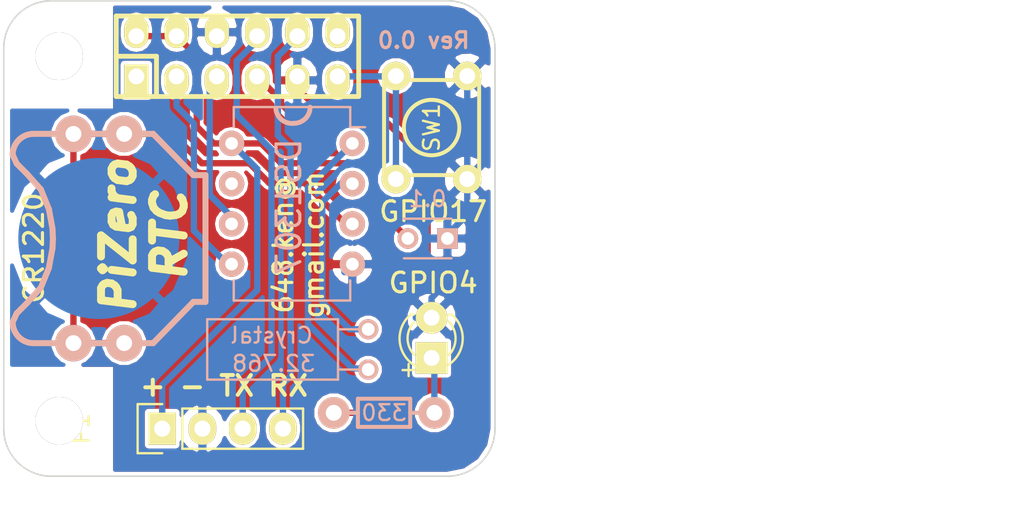
<source format=kicad_pcb>
(kicad_pcb (version 4) (host pcbnew "(2015-08-15 BZR 6092)-product")

  (general
    (links 26)
    (no_connects 0)
    (area 38.049999 39.649999 69.150001 69.750001)
    (thickness 1.6)
    (drawings 19)
    (tracks 97)
    (zones 0)
    (modules 11)
    (nets 13)
  )

  (page A4)
  (title_block
    (title "Raspberry Pi Hat Template")
    (date 2015-12-24)
    (rev 0.1)
    (company OpenFet)
    (comment 1 "Author: Julien")
    (comment 2 "License: CERN OHL V1.2")
  )

  (layers
    (0 F.Cu signal)
    (31 B.Cu signal)
    (32 B.Adhes user)
    (33 F.Adhes user)
    (34 B.Paste user)
    (35 F.Paste user)
    (36 B.SilkS user)
    (37 F.SilkS user)
    (38 B.Mask user)
    (39 F.Mask user)
    (40 Dwgs.User user hide)
    (41 Cmts.User user)
    (42 Eco1.User user)
    (43 Eco2.User user)
    (44 Edge.Cuts user)
    (45 Margin user)
    (46 B.CrtYd user)
    (47 F.CrtYd user)
    (48 B.Fab user)
    (49 F.Fab user)
  )

  (setup
    (last_trace_width 0.4)
    (user_trace_width 0.1)
    (user_trace_width 0.2)
    (user_trace_width 0.3)
    (user_trace_width 0.4)
    (user_trace_width 0.5)
    (user_trace_width 0.6)
    (user_trace_width 0.8)
    (user_trace_width 1)
    (trace_clearance 0.15)
    (zone_clearance 0.23)
    (zone_45_only yes)
    (trace_min 0.1)
    (segment_width 0.35)
    (edge_width 0.1)
    (via_size 0.889)
    (via_drill 0.635)
    (via_min_size 0.26)
    (via_min_drill 0.16)
    (user_via 0.6 0.32)
    (user_via 1.5 0.8)
    (uvia_size 0.508)
    (uvia_drill 0.127)
    (uvias_allowed no)
    (uvia_min_size 0.508)
    (uvia_min_drill 0.127)
    (pcb_text_width 0.3)
    (pcb_text_size 1.5 1.5)
    (mod_edge_width 0.15)
    (mod_text_size 1 1)
    (mod_text_width 0.15)
    (pad_size 10.16 10.16)
    (pad_drill 0)
    (pad_to_mask_clearance 0)
    (aux_axis_origin 0 0)
    (grid_origin 211.1 101.7)
    (visible_elements 7FFFFF7F)
    (pcbplotparams
      (layerselection 0x010f0_80000001)
      (usegerberextensions false)
      (excludeedgelayer true)
      (linewidth 0.100000)
      (plotframeref false)
      (viasonmask false)
      (mode 1)
      (useauxorigin false)
      (hpglpennumber 1)
      (hpglpenspeed 20)
      (hpglpendiameter 15)
      (hpglpenoverlay 2)
      (psnegative false)
      (psa4output false)
      (plotreference true)
      (plotvalue true)
      (plotinvisibletext false)
      (padsonsilk false)
      (subtractmaskfromsilk false)
      (outputformat 1)
      (mirror false)
      (drillshape 0)
      (scaleselection 1)
      (outputdirectory /home/mangokid/Desktop/hat_gerber/))
  )

  (net 0 "")
  (net 1 GND)
  (net 2 "Net-(P3-Pad3)")
  (net 3 "Net-(P3-Pad5)")
  (net 4 "Net-(P3-Pad7)")
  (net 5 "Net-(P3-Pad11)")
  (net 6 VCC)
  (net 7 "Net-(32.768-Pad1)")
  (net 8 "Net-(32.768-Pad2)")
  (net 9 "Net-(P1-Pad3)")
  (net 10 "Net-(P1-Pad4)")
  (net 11 "Net-(BT1-Pad1)")
  (net 12 "Net-(D1-Pad2)")

  (net_class Default "This is the default net class."
    (clearance 0.15)
    (trace_width 0.2)
    (via_dia 0.889)
    (via_drill 0.635)
    (uvia_dia 0.508)
    (uvia_drill 0.127)
    (add_net GND)
    (add_net "Net-(32.768-Pad1)")
    (add_net "Net-(32.768-Pad2)")
    (add_net "Net-(BT1-Pad1)")
    (add_net "Net-(D1-Pad2)")
    (add_net "Net-(P1-Pad3)")
    (add_net "Net-(P1-Pad4)")
    (add_net "Net-(P3-Pad11)")
    (add_net "Net-(P3-Pad3)")
    (add_net "Net-(P3-Pad5)")
    (add_net "Net-(P3-Pad7)")
    (add_net VCC)
  )

  (module Housings_DIP:DIP-8_W7.62mm (layer B.Cu) (tedit 57EDDB14) (tstamp 57EDC464)
    (at 60.1 48.7 180)
    (descr "8-lead dip package, row spacing 7.62 mm (300 mils)")
    (tags "dil dip 2.54 300")
    (path /57E74DCC)
    (fp_text reference U1 (at 2 -9 180) (layer B.SilkS) hide
      (effects (font (size 1 1) (thickness 0.15)) (justify mirror))
    )
    (fp_text value DS1307 (at 4 -4 270) (layer B.SilkS)
      (effects (font (size 1.5 1.5) (thickness 0.2)) (justify mirror))
    )
    (fp_arc (start 3.81 2.286) (end 4.826 2.159) (angle -90) (layer B.SilkS) (width 0.3048))
    (fp_arc (start 3.683 2.286) (end 3.683 1.27) (angle -90) (layer B.SilkS) (width 0.3048))
    (fp_line (start -1.05 2.45) (end -1.05 -10.1) (layer B.CrtYd) (width 0.05))
    (fp_line (start 8.65 2.45) (end 8.65 -10.1) (layer B.CrtYd) (width 0.05))
    (fp_line (start -1.05 2.45) (end 8.65 2.45) (layer B.CrtYd) (width 0.05))
    (fp_line (start -1.05 -10.1) (end 8.65 -10.1) (layer B.CrtYd) (width 0.05))
    (fp_line (start 0.135 2.295) (end 0.135 1.025) (layer B.SilkS) (width 0.15))
    (fp_line (start 7.485 2.295) (end 7.485 1.025) (layer B.SilkS) (width 0.15))
    (fp_line (start 7.485 -9.915) (end 7.485 -8.645) (layer B.SilkS) (width 0.15))
    (fp_line (start 0.135 -9.915) (end 0.135 -8.645) (layer B.SilkS) (width 0.15))
    (fp_line (start 0.135 2.295) (end 7.485 2.295) (layer B.SilkS) (width 0.15))
    (fp_line (start 0.135 -9.915) (end 7.485 -9.915) (layer B.SilkS) (width 0.15))
    (fp_line (start 0.135 1.025) (end -0.8 1.025) (layer B.SilkS) (width 0.15))
    (pad 1 thru_hole oval (at 0 0 180) (size 1.6 1.6) (drill 0.8) (layers *.Cu *.Mask B.SilkS)
      (net 7 "Net-(32.768-Pad1)"))
    (pad 2 thru_hole oval (at 0 -2.54 180) (size 1.6 1.6) (drill 0.8) (layers *.Cu *.Mask B.SilkS)
      (net 8 "Net-(32.768-Pad2)"))
    (pad 3 thru_hole oval (at 0 -5.08 180) (size 1.6 1.6) (drill 0.8) (layers *.Cu *.Mask B.SilkS)
      (net 11 "Net-(BT1-Pad1)"))
    (pad 4 thru_hole oval (at 0 -7.62 180) (size 1.6 1.6) (drill 0.8) (layers *.Cu *.Mask B.SilkS)
      (net 1 GND))
    (pad 5 thru_hole oval (at 7.62 -7.62 180) (size 1.6 1.6) (drill 0.8) (layers *.Cu *.Mask B.SilkS)
      (net 2 "Net-(P3-Pad3)"))
    (pad 6 thru_hole oval (at 7.62 -5.08 180) (size 1.6 1.6) (drill 0.8) (layers *.Cu *.Mask B.SilkS)
      (net 3 "Net-(P3-Pad5)"))
    (pad 7 thru_hole oval (at 7.62 -2.54 180) (size 1.6 1.6) (drill 0.8) (layers *.Cu *.Mask B.SilkS))
    (pad 8 thru_hole oval (at 7.62 0 180) (size 1.6 1.6) (drill 0.8) (layers *.Cu *.Mask B.SilkS)
      (net 6 VCC))
    (model Housings_DIP.3dshapes/DIP-8_W7.62mm.wrl
      (at (xyz 0 0 0))
      (scale (xyz 1 1 1))
      (rotate (xyz 0 0 0))
    )
  )

  (module myFootPrints:BATT_12mm_TH (layer B.Cu) (tedit 57EDD003) (tstamp 57EDC515)
    (at 44.1 54.7 90)
    (descr "Keystone type 3000 coin cell retainer")
    (path /57E74E71)
    (fp_text reference BT1 (at 0 4.5 90) (layer B.SilkS) hide
      (effects (font (thickness 0.3048)) (justify mirror))
    )
    (fp_text value Battery (at 0 -4.5 90) (layer B.SilkS) hide
      (effects (font (thickness 0.3048)) (justify mirror))
    )
    (fp_circle (center 0 0) (end -6 -1) (layer B.CrtYd) (width 0.3048))
    (fp_line (start 0.6096 -2.921) (end 1.8542 -3.1496) (layer B.SilkS) (width 0.381))
    (fp_line (start 1.8542 -3.1496) (end 3.0988 -3.6576) (layer B.SilkS) (width 0.381))
    (fp_line (start 3.0988 -3.6576) (end 4.064 -4.5212) (layer B.SilkS) (width 0.381))
    (fp_line (start 4.064 -4.5212) (end 4.7244 -5.1816) (layer B.SilkS) (width 0.381))
    (fp_line (start 4.7244 -5.1816) (end 5.2832 -5.4356) (layer B.SilkS) (width 0.381))
    (fp_line (start 0 -2.8956) (end 0.6096 -2.921) (layer B.SilkS) (width 0.381))
    (fp_line (start -3.0988 -3.6576) (end -4.064 -4.5212) (layer B.SilkS) (width 0.381))
    (fp_line (start -4.064 -4.5212) (end -4.7244 -5.1816) (layer B.SilkS) (width 0.381))
    (fp_line (start -5.2832 -5.4356) (end -4.7244 -5.1816) (layer B.SilkS) (width 0.381))
    (fp_line (start -3.0988 -3.6576) (end -1.8542 -3.1496) (layer B.SilkS) (width 0.381))
    (fp_line (start -1.8542 -3.1496) (end -0.6096 -2.921) (layer B.SilkS) (width 0.381))
    (fp_line (start -0.6096 -2.921) (end 0 -2.8956) (layer B.SilkS) (width 0.381))
    (fp_arc (start 5.2832 -4.1148) (end 6.604 -4.1148) (angle -90) (layer B.SilkS) (width 0.381))
    (fp_arc (start -5.2832 -4.1148) (end -5.2832 -5.4356) (angle -90) (layer B.SilkS) (width 0.381))
    (fp_line (start 6.604 3.429) (end 6.604 -4.064) (layer B.SilkS) (width 0.381))
    (fp_line (start -6.604 3.429) (end -6.604 -4.064) (layer B.SilkS) (width 0.381))
    (fp_line (start 4.0005 5.969) (end 6.604 3.429) (layer B.SilkS) (width 0.381))
    (fp_line (start -4.0005 5.969) (end -6.604 3.429) (layer B.SilkS) (width 0.381))
    (fp_line (start 3.9995 6.731) (end 3.9995 5.969) (layer B.SilkS) (width 0.381))
    (fp_line (start -4.0005 6.731) (end -4.0005 5.969) (layer B.SilkS) (width 0.381))
    (fp_line (start -4.0005 6.731) (end 4.0005 6.731) (layer B.SilkS) (width 0.381))
    (pad 1 thru_hole circle (at 6.6 1.6 90) (size 2.3 2.3) (drill 1) (layers *.Cu *.Mask B.SilkS)
      (net 11 "Net-(BT1-Pad1)"))
    (pad 1 thru_hole circle (at 6.6 -1.6 90) (size 2.3 2.3) (drill 1) (layers *.Cu *.Mask B.SilkS)
      (net 11 "Net-(BT1-Pad1)"))
    (pad 1 thru_hole circle (at -6.6 -1.6 90) (size 2.3 2.3) (drill 1) (layers *.Cu *.Mask B.SilkS)
      (net 11 "Net-(BT1-Pad1)"))
    (pad 1 thru_hole circle (at -6.6 1.6 90) (size 2.3 2.3) (drill 1) (layers *.Cu *.Mask B.SilkS)
      (net 11 "Net-(BT1-Pad1)"))
    (pad 2 smd circle (at 0 0 90) (size 10.16 10.16) (layers B.Cu B.Paste B.Mask)
      (net 1 GND))
    (model walter/battery_holders/keystone_3000.wrl
      (at (xyz 0 0 0))
      (scale (xyz 1 1 1))
      (rotate (xyz 0 0 0))
    )
  )

  (module w_pin_strip:pin_socket_20x2 (layer F.Cu) (tedit 57EDC679) (tstamp 5509D7DA)
    (at 70.6 43.2)
    (descr "Pin socket 20x2pin")
    (tags "CONN DEV")
    (path /54E92361)
    (fp_text reference P3 (at 25 3.1) (layer F.SilkS) hide
      (effects (font (size 0.5 0.5) (thickness 0.125)))
    )
    (fp_text value Raspberry_Pi_+_Conn (at 0 -5.08) (layer F.SilkS) hide
      (effects (font (size 0.5 0.5) (thickness 0.125)))
    )
    (fp_line (start -25.4 -2.54) (end -10.16 -2.54) (layer F.SilkS) (width 0.3048))
    (fp_line (start -25.4 2.54) (end -10.16 2.54) (layer F.SilkS) (width 0.3048))
    (fp_line (start -25.4 0) (end -22.86 0) (layer F.SilkS) (width 0.3048))
    (fp_line (start -22.86 0) (end -22.86 2.54) (layer F.SilkS) (width 0.3048))
    (fp_line (start -25.4 -2.54) (end -25.4 2.54) (layer F.SilkS) (width 0.3048))
    (fp_line (start -10.1 2.54) (end -10.1 -2.54) (layer F.SilkS) (width 0.3048))
    (pad 1 thru_hole rect (at -24.13 1.27) (size 1.524 1.99898) (drill 1.00076 (offset 0 0.24892)) (layers *.Cu *.Mask F.SilkS))
    (pad 2 thru_hole oval (at -24.13 -1.27) (size 1.524 1.99898) (drill 1.00076 (offset 0 -0.24892)) (layers *.Cu *.Mask F.SilkS)
      (net 6 VCC))
    (pad 3 thru_hole oval (at -21.59 1.27) (size 1.524 1.99898) (drill 1.00076 (offset 0 0.24892)) (layers *.Cu *.Mask F.SilkS)
      (net 2 "Net-(P3-Pad3)"))
    (pad 4 thru_hole oval (at -21.59 -1.27) (size 1.524 1.99898) (drill 1.00076 (offset 0 -0.24892)) (layers *.Cu *.Mask F.SilkS)
      (net 6 VCC))
    (pad 5 thru_hole oval (at -19.05 1.27) (size 1.524 1.99898) (drill 1.00076 (offset 0 0.24892)) (layers *.Cu *.Mask F.SilkS)
      (net 3 "Net-(P3-Pad5)"))
    (pad 6 thru_hole oval (at -19.05 -1.27) (size 1.524 1.99898) (drill 1.00076 (offset 0 -0.24892)) (layers *.Cu *.Mask F.SilkS)
      (net 1 GND))
    (pad 7 thru_hole oval (at -16.51 1.27) (size 1.524 1.99898) (drill 1.00076 (offset 0 0.24892)) (layers *.Cu *.Mask F.SilkS)
      (net 4 "Net-(P3-Pad7)"))
    (pad 8 thru_hole oval (at -16.51 -1.27) (size 1.524 1.99898) (drill 1.00076 (offset 0 -0.24892)) (layers *.Cu *.Mask F.SilkS)
      (net 9 "Net-(P1-Pad3)"))
    (pad 9 thru_hole oval (at -13.97 1.27) (size 1.524 1.99898) (drill 1.00076 (offset 0 0.24892)) (layers *.Cu *.Mask F.SilkS)
      (net 1 GND))
    (pad 10 thru_hole oval (at -13.97 -1.27) (size 1.524 1.99898) (drill 1.00076 (offset 0 -0.24892)) (layers *.Cu *.Mask F.SilkS)
      (net 10 "Net-(P1-Pad4)"))
    (pad 11 thru_hole oval (at -11.43 1.27) (size 1.524 1.99898) (drill 1.00076 (offset 0 0.24892)) (layers *.Cu *.Mask F.SilkS)
      (net 5 "Net-(P3-Pad11)"))
    (pad 12 thru_hole oval (at -11.43 -1.27) (size 1.524 1.99898) (drill 1.00076 (offset 0 -0.24892)) (layers *.Cu *.Mask F.SilkS))
    (model ../../../../../home/mangokid/kicad_libs/modules/packages3d/walter/pin_strip/pin_socket_20x2.wrl
      (at (xyz 0 0 -0.025))
      (scale (xyz 1 1 1))
      (rotate (xyz 0 180 0))
    )
  )

  (module Mounting_Holes:MountingHole_3mm (layer F.Cu) (tedit 5687A909) (tstamp 5684F8FC)
    (at 41.6 43.2)
    (descr "Mounting hole, Befestigungsbohrung, 3mm, No Annular, Kein Restring,")
    (tags "Mounting hole, Befestigungsbohrung, 3mm, No Annular, Kein Restring,")
    (fp_text reference REF** (at 0 -4.0005) (layer F.SilkS) hide
      (effects (font (size 0.5 0.5) (thickness 0.125)))
    )
    (fp_text value MountingHole_3mm (at 1.00076 5.00126) (layer F.Fab) hide
      (effects (font (size 0.5 0.5) (thickness 0.125)))
    )
    (fp_circle (center 0 0) (end 3 0) (layer Cmts.User) (width 0.381))
    (pad 1 thru_hole circle (at 0 0) (size 3 3) (drill 3) (layers))
  )

  (module Mounting_Holes:MountingHole_3mm (layer F.Cu) (tedit 5687A904) (tstamp 5684F8FF)
    (at 41.6 66.2)
    (descr "Mounting hole, Befestigungsbohrung, 3mm, No Annular, Kein Restring,")
    (tags "Mounting hole, Befestigungsbohrung, 3mm, No Annular, Kein Restring,")
    (fp_text reference REF** (at 0 -4.0005) (layer F.SilkS) hide
      (effects (font (size 0.5 0.5) (thickness 0.125)))
    )
    (fp_text value MountingHole_3mm (at 1.00076 5.00126) (layer F.Fab) hide
      (effects (font (size 0.5 0.5) (thickness 0.125)))
    )
    (fp_circle (center 0 0) (end 3 0) (layer Cmts.User) (width 0.381))
    (pad 1 thru_hole circle (at 0 0) (size 3 3) (drill 3) (layers))
  )

  (module Capacitors_ThroughHole:C_Disc_D3_P2.5 (layer B.Cu) (tedit 0) (tstamp 57EDC452)
    (at 66.1 54.7 180)
    (descr "Capacitor 3mm Disc, Pitch 2.5mm")
    (tags Capacitor)
    (path /57E756BE)
    (fp_text reference 0.1 (at 1.25 2.5 180) (layer B.SilkS)
      (effects (font (size 1 1) (thickness 0.15)) (justify mirror))
    )
    (fp_text value C_Small (at 1.25 -2.5 180) (layer B.Fab)
      (effects (font (size 1 1) (thickness 0.15)) (justify mirror))
    )
    (fp_line (start -0.9 1.5) (end 3.4 1.5) (layer B.CrtYd) (width 0.05))
    (fp_line (start 3.4 1.5) (end 3.4 -1.5) (layer B.CrtYd) (width 0.05))
    (fp_line (start 3.4 -1.5) (end -0.9 -1.5) (layer B.CrtYd) (width 0.05))
    (fp_line (start -0.9 -1.5) (end -0.9 1.5) (layer B.CrtYd) (width 0.05))
    (fp_line (start -0.25 1.25) (end 2.75 1.25) (layer B.SilkS) (width 0.15))
    (fp_line (start 2.75 -1.25) (end -0.25 -1.25) (layer B.SilkS) (width 0.15))
    (pad 1 thru_hole rect (at 0 0 180) (size 1.3 1.3) (drill 0.8) (layers *.Cu *.Mask B.SilkS)
      (net 1 GND))
    (pad 2 thru_hole circle (at 2.5 0 180) (size 1.3 1.3) (drill 0.8001) (layers *.Cu *.Mask B.SilkS)
      (net 6 VCC))
    (model Capacitors_ThroughHole.3dshapes/C_Disc_D3_P2.5.wrl
      (at (xyz 0.049213 0 0))
      (scale (xyz 1 1 1))
      (rotate (xyz 0 0 0))
    )
  )

  (module Crystals:Crystal_Watch (layer B.Cu) (tedit 57EDDA12) (tstamp 57EDC458)
    (at 61.1 61.7 90)
    (path /57E75102)
    (fp_text reference 32.768 (at -0.889 -5.969 360) (layer B.SilkS)
      (effects (font (size 1 1) (thickness 0.15)) (justify mirror))
    )
    (fp_text value Crystal (at 0.889 -6.096 180) (layer B.SilkS)
      (effects (font (size 1 1) (thickness 0.15)) (justify mirror))
    )
    (fp_line (start -1.905 -1.905) (end 1.905 -1.905) (layer B.SilkS) (width 0.15))
    (fp_line (start 1.905 -1.905) (end 1.905 -10.16) (layer B.SilkS) (width 0.15))
    (fp_line (start 1.905 -10.16) (end -1.905 -10.16) (layer B.SilkS) (width 0.15))
    (fp_line (start -1.905 -10.16) (end -1.905 -1.905) (layer B.SilkS) (width 0.15))
    (fp_line (start -1.27 0) (end -1.27 -1.905) (layer B.SilkS) (width 0.15))
    (fp_line (start 1.27 0) (end 1.27 -1.905) (layer B.SilkS) (width 0.15))
    (pad 1 thru_hole circle (at -1.27 0 90) (size 1.27 1.27) (drill 0.8128) (layers *.Cu *.Mask B.SilkS)
      (net 7 "Net-(32.768-Pad1)"))
    (pad 2 thru_hole circle (at 1.27 0 90) (size 1.27 1.27) (drill 0.8128) (layers *.Cu *.Mask B.SilkS)
      (net 8 "Net-(32.768-Pad2)"))
    (model Crystals.3dshapes/Crystal_Watch.wrl
      (at (xyz 0 0 0))
      (scale (xyz 1 1 1))
      (rotate (xyz 0 0 0))
    )
  )

  (module myFootPrints:LED-3MM (layer F.Cu) (tedit 57578FCB) (tstamp 57EDC51B)
    (at 65.1 59.7 270)
    (descr "LED 3mm round vertical")
    (tags "LED  3mm round vertical")
    (path /57EDC2DF)
    (fp_text reference D1 (at 1.91 3.06 270) (layer F.SilkS) hide
      (effects (font (size 1 1) (thickness 0.15)))
    )
    (fp_text value LED (at 1.27 -1.524 270) (layer F.Fab)
      (effects (font (size 1 1) (thickness 0.15)))
    )
    (fp_text user + (at 3.302 1.524 270) (layer F.SilkS)
      (effects (font (size 1 1) (thickness 0.15)))
    )
    (fp_line (start -1.2 2.3) (end 3.8 2.3) (layer F.CrtYd) (width 0.05))
    (fp_line (start 3.8 2.3) (end 3.8 -2.2) (layer F.CrtYd) (width 0.05))
    (fp_line (start 3.8 -2.2) (end -1.2 -2.2) (layer F.CrtYd) (width 0.05))
    (fp_line (start -1.2 -2.2) (end -1.2 2.3) (layer F.CrtYd) (width 0.05))
    (fp_line (start -0.199 1.314) (end -0.199 1.114) (layer F.SilkS) (width 0.15))
    (fp_line (start -0.199 -1.28) (end -0.199 -1.1) (layer F.SilkS) (width 0.15))
    (fp_arc (start 1.301 0.034) (end -0.199 -1.286) (angle 108.5) (layer F.SilkS) (width 0.15))
    (fp_arc (start 1.301 0.034) (end 0.25 -1.1) (angle 85.7) (layer F.SilkS) (width 0.15))
    (fp_arc (start 1.311 0.034) (end 3.051 0.994) (angle 110) (layer F.SilkS) (width 0.15))
    (fp_arc (start 1.301 0.034) (end 2.335 1.094) (angle 87.5) (layer F.SilkS) (width 0.15))
    (pad 1 thru_hole circle (at 0 0) (size 2 2) (drill 1.00076) (layers *.Cu *.Mask F.SilkS)
      (net 1 GND))
    (pad 2 thru_hole rect (at 2.54 0 270) (size 2 2) (drill 1.00076) (layers *.Cu *.Mask F.SilkS)
      (net 12 "Net-(D1-Pad2)"))
    (model LEDs.3dshapes/LED-3MM.wrl
      (at (xyz 0.05 0 0))
      (scale (xyz 1 1 1))
      (rotate (xyz 0 0 90))
    )
  )

  (module Pin_Headers:Pin_Header_Straight_1x04 (layer F.Cu) (tedit 0) (tstamp 57EDC523)
    (at 48.1 66.7 90)
    (descr "Through hole pin header")
    (tags "pin header")
    (path /57EDCD88)
    (fp_text reference P1 (at 0 -5.1 90) (layer F.SilkS)
      (effects (font (size 1 1) (thickness 0.15)))
    )
    (fp_text value CONN_01X04 (at 0 -3.1 90) (layer F.Fab)
      (effects (font (size 1 1) (thickness 0.15)))
    )
    (fp_line (start -1.75 -1.75) (end -1.75 9.4) (layer F.CrtYd) (width 0.05))
    (fp_line (start 1.75 -1.75) (end 1.75 9.4) (layer F.CrtYd) (width 0.05))
    (fp_line (start -1.75 -1.75) (end 1.75 -1.75) (layer F.CrtYd) (width 0.05))
    (fp_line (start -1.75 9.4) (end 1.75 9.4) (layer F.CrtYd) (width 0.05))
    (fp_line (start -1.27 1.27) (end -1.27 8.89) (layer F.SilkS) (width 0.15))
    (fp_line (start 1.27 1.27) (end 1.27 8.89) (layer F.SilkS) (width 0.15))
    (fp_line (start 1.55 -1.55) (end 1.55 0) (layer F.SilkS) (width 0.15))
    (fp_line (start -1.27 8.89) (end 1.27 8.89) (layer F.SilkS) (width 0.15))
    (fp_line (start 1.27 1.27) (end -1.27 1.27) (layer F.SilkS) (width 0.15))
    (fp_line (start -1.55 0) (end -1.55 -1.55) (layer F.SilkS) (width 0.15))
    (fp_line (start -1.55 -1.55) (end 1.55 -1.55) (layer F.SilkS) (width 0.15))
    (pad 1 thru_hole rect (at 0 0 90) (size 2.032 1.7272) (drill 1.016) (layers *.Cu *.Mask F.SilkS)
      (net 6 VCC))
    (pad 2 thru_hole oval (at 0 2.54 90) (size 2.032 1.7272) (drill 1.016) (layers *.Cu *.Mask F.SilkS)
      (net 1 GND))
    (pad 3 thru_hole oval (at 0 5.08 90) (size 2.032 1.7272) (drill 1.016) (layers *.Cu *.Mask F.SilkS)
      (net 9 "Net-(P1-Pad3)"))
    (pad 4 thru_hole oval (at 0 7.62 90) (size 2.032 1.7272) (drill 1.016) (layers *.Cu *.Mask F.SilkS)
      (net 10 "Net-(P1-Pad4)"))
    (model Pin_Headers.3dshapes/Pin_Header_Straight_1x04.wrl
      (at (xyz 0 -0.15 0))
      (scale (xyz 1 1 1))
      (rotate (xyz 0 0 90))
    )
  )

  (module myFootPrints:Resistor_Horz (layer B.Cu) (tedit 57EDD5DD) (tstamp 57EDC529)
    (at 62.1 65.7 180)
    (descr "Resistor, Axial,  RM 10mm, 1/3W,")
    (tags "Resistor, Axial, RM 10mm, 1/3W,")
    (path /57EDC340)
    (fp_text reference R1 (at 0 1.905 180) (layer B.Fab)
      (effects (font (size 1 1) (thickness 0.15)) (justify mirror))
    )
    (fp_text value 330 (at 0 0 180) (layer B.SilkS)
      (effects (font (size 1 1) (thickness 0.15)) (justify mirror))
    )
    (fp_line (start -1.651 0) (end -2.413 0) (layer B.SilkS) (width 0.254))
    (fp_line (start 1.651 0) (end 2.413 0) (layer B.SilkS) (width 0.254))
    (fp_line (start 1.651 -0.889) (end 1.651 -0.635) (layer B.SilkS) (width 0.254))
    (fp_line (start 1.651 -0.889) (end -1.651 -0.889) (layer B.SilkS) (width 0.254))
    (fp_line (start -1.651 -0.889) (end -1.651 0.889) (layer B.SilkS) (width 0.254))
    (fp_line (start -1.651 0.889) (end 1.651 0.889) (layer B.SilkS) (width 0.254))
    (fp_line (start 1.651 0.889) (end 1.651 -0.635) (layer B.SilkS) (width 0.254))
    (pad 1 thru_hole circle (at -3.175 0 180) (size 1.99898 1.99898) (drill 1.00076) (layers *.Cu *.SilkS *.Mask)
      (net 12 "Net-(D1-Pad2)"))
    (pad 2 thru_hole circle (at 3.175 0 180) (size 1.99898 1.99898) (drill 1.00076) (layers *.Cu *.SilkS *.Mask)
      (net 4 "Net-(P3-Pad7)"))
    (model Resistors_ThroughHole.3dshapes/Resistor_Horizontal_RM10mm.wrl
      (at (xyz 0 0 0))
      (scale (xyz 0.4 0.4 0.4))
      (rotate (xyz 0 0 0))
    )
  )

  (module myFootPrints:SW_PUSH_SMALL (layer F.Cu) (tedit 57A15124) (tstamp 57EDC531)
    (at 65.1 47.7 90)
    (path /57EDC379)
    (fp_text reference SW1 (at 0 0 90) (layer F.SilkS)
      (effects (font (size 1 1) (thickness 0.15)))
    )
    (fp_text value SPST (at 0 2 90) (layer F.Fab) hide
      (effects (font (size 0.3 0.3) (thickness 0.075)))
    )
    (fp_line (start -3 -3) (end 3 -3) (layer F.SilkS) (width 0.25))
    (fp_line (start 3 -3) (end 3 3) (layer F.SilkS) (width 0.25))
    (fp_line (start 3 3) (end -3 3) (layer F.SilkS) (width 0.25))
    (fp_line (start -3 3) (end -3 -3) (layer F.SilkS) (width 0.25))
    (fp_circle (center 0 0) (end -1.75 0) (layer F.SilkS) (width 0.25))
    (pad 1 thru_hole circle (at 3.25 -2.25 90) (size 1.8 1.8) (drill 1) (layers *.Cu *.Mask F.SilkS)
      (net 5 "Net-(P3-Pad11)"))
    (pad 2 thru_hole circle (at 3.25 2.25 90) (size 1.8 1.8) (drill 1) (layers *.Cu *.Mask F.SilkS)
      (net 1 GND))
    (pad 1 thru_hole circle (at -3.25 -2.25 90) (size 1.8 1.8) (drill 1) (layers *.Cu *.Mask F.SilkS)
      (net 5 "Net-(P3-Pad11)"))
    (pad 2 thru_hole circle (at -3.25 2.25 90) (size 1.8 1.8) (drill 1) (layers *.Cu *.Mask F.SilkS)
      (net 1 GND))
  )

  (gr_text "Rev 0.0" (at 64.6 42.2) (layer B.SilkS)
    (effects (font (size 1 1) (thickness 0.2)) (justify mirror))
  )
  (gr_line (start 41.1 39.7) (end 66.1 39.7) (angle 90) (layer Edge.Cuts) (width 0.1))
  (gr_line (start 41.1 69.7) (end 66.1 69.7) (angle 90) (layer Edge.Cuts) (width 0.1))
  (gr_text "648.ken@\ngmail.com" (at 56.7 55.1 90) (layer F.SilkS)
    (effects (font (size 1.2 1.2) (thickness 0.2)))
  )
  (gr_text "PiZero\nRTC" (at 46.95 54.5 90) (layer F.SilkS)
    (effects (font (size 2 2) (thickness 0.5) italic))
  )
  (gr_text GPIO4 (at 65.2 57.5) (layer F.SilkS)
    (effects (font (size 1.25 1.25) (thickness 0.2)))
  )
  (gr_text GPIO17 (at 65.2 53) (layer F.SilkS)
    (effects (font (size 1.25 1.25) (thickness 0.2)))
  )
  (gr_text CR1220 (at 40 55.3 90) (layer F.SilkS)
    (effects (font (size 1.2 1.2) (thickness 0.2)))
  )
  (gr_text "+ - TX RX" (at 52 64) (layer F.SilkS)
    (effects (font (size 1.25 1.25) (thickness 0.25)))
  )
  (dimension 30 (width 0.3) (layer Dwgs.User)
    (gr_text "30.000 mm" (at 117.45 54.7 270) (layer Dwgs.User) (tstamp 5684FADD)
      (effects (font (size 0.5 0.5) (thickness 0.125)))
    )
    (feature1 (pts (xy 100.1 69.7) (xy 118.8 69.7)))
    (feature2 (pts (xy 100.1 39.7) (xy 118.8 39.7)))
    (crossbar (pts (xy 116.1 39.7) (xy 116.1 69.7)))
    (arrow1a (pts (xy 116.1 69.7) (xy 115.513579 68.573496)))
    (arrow1b (pts (xy 116.1 69.7) (xy 116.686421 68.573496)))
    (arrow2a (pts (xy 116.1 39.7) (xy 115.513579 40.826504)))
    (arrow2b (pts (xy 116.1 39.7) (xy 116.686421 40.826504)))
  )
  (dimension 65 (width 0.3) (layer Dwgs.User)
    (gr_text "65.000 mm" (at 70.6 15.850001) (layer Dwgs.User)
      (effects (font (size 0.5 0.5) (thickness 0.125)))
    )
    (feature1 (pts (xy 38.1 42.7) (xy 38.1 14.500001)))
    (feature2 (pts (xy 103.1 42.7) (xy 103.1 14.500001)))
    (crossbar (pts (xy 103.1 17.200001) (xy 38.1 17.200001)))
    (arrow1a (pts (xy 38.1 17.200001) (xy 39.226504 16.61358)))
    (arrow1b (pts (xy 38.1 17.200001) (xy 39.226504 17.786422)))
    (arrow2a (pts (xy 103.1 17.200001) (xy 101.973496 16.61358)))
    (arrow2b (pts (xy 103.1 17.200001) (xy 101.973496 17.786422)))
  )
  (dimension 23 (width 0.3) (layer Dwgs.User)
    (gr_text "23.000 mm" (at 109.45 54.7 270) (layer Dwgs.User)
      (effects (font (size 0.5 0.5) (thickness 0.125)))
    )
    (feature1 (pts (xy 99.6 66.2) (xy 110.8 66.2)))
    (feature2 (pts (xy 99.6 43.2) (xy 110.8 43.2)))
    (crossbar (pts (xy 108.1 43.2) (xy 108.1 66.2)))
    (arrow1a (pts (xy 108.1 66.2) (xy 107.513579 65.073496)))
    (arrow1b (pts (xy 108.1 66.2) (xy 108.686421 65.073496)))
    (arrow2a (pts (xy 108.1 43.2) (xy 107.513579 44.326504)))
    (arrow2b (pts (xy 108.1 43.2) (xy 108.686421 44.326504)))
  )
  (gr_line (start 38.1 42.7) (end 38.1 66.7) (angle 90) (layer Edge.Cuts) (width 0.1))
  (gr_line (start 69.1 66.7) (end 69.1 42.7) (angle 90) (layer Edge.Cuts) (width 0.1))
  (gr_arc (start 66.1 42.7) (end 66.1 39.7) (angle 90) (layer Edge.Cuts) (width 0.1))
  (gr_arc (start 66.1 66.7) (end 69.1 66.7) (angle 90) (layer Edge.Cuts) (width 0.1))
  (gr_arc (start 41.1 66.7) (end 41.1 69.7) (angle 90) (layer Edge.Cuts) (width 0.1))
  (dimension 58 (width 0.3) (layer Dwgs.User)
    (gr_text "58.000 mm" (at 70.6 26.35) (layer Dwgs.User)
      (effects (font (size 0.5 0.5) (thickness 0.125)))
    )
    (feature1 (pts (xy 99.6 43.2) (xy 99.6 25)))
    (feature2 (pts (xy 41.6 43.2) (xy 41.6 25)))
    (crossbar (pts (xy 41.6 27.7) (xy 99.6 27.7)))
    (arrow1a (pts (xy 99.6 27.7) (xy 98.473496 28.286421)))
    (arrow1b (pts (xy 99.6 27.7) (xy 98.473496 27.113579)))
    (arrow2a (pts (xy 41.6 27.7) (xy 42.726504 28.286421)))
    (arrow2b (pts (xy 41.6 27.7) (xy 42.726504 27.113579)))
  )
  (gr_arc (start 41.1 42.7) (end 38.1 42.7) (angle 90) (layer Edge.Cuts) (width 0.1))

  (segment (start 65.1 59.7) (end 64.1 59.7) (width 0.4) (layer B.Cu) (net 1))
  (segment (start 59.6 56.82) (end 60.1 56.32) (width 0.4) (layer B.Cu) (net 1) (tstamp 57EDD44E))
  (segment (start 50.64 66.7) (end 50.64 63.66) (width 0.4) (layer F.Cu) (net 1))
  (segment (start 57.98 56.32) (end 60.1 56.32) (width 0.4) (layer F.Cu) (net 1) (tstamp 57EDD198))
  (segment (start 50.64 63.66) (end 57.98 56.32) (width 0.4) (layer F.Cu) (net 1) (tstamp 57EDD194))
  (segment (start 60.1 56.32) (end 60.22 56.32) (width 0.4) (layer F.Cu) (net 1))
  (segment (start 65.1 59.7) (end 65.1 58.45) (width 0.4) (layer B.Cu) (net 1))
  (segment (start 66.1 57.45) (end 66.1 54.7) (width 0.4) (layer B.Cu) (net 1) (tstamp 57EDCF82))
  (segment (start 65.1 58.45) (end 66.1 57.45) (width 0.4) (layer B.Cu) (net 1) (tstamp 57EDCF80))
  (segment (start 67.35 50.95) (end 67.35 44.45) (width 0.4) (layer B.Cu) (net 1))
  (segment (start 66.1 54.7) (end 66.1 54.45) (width 0.4) (layer B.Cu) (net 1))
  (segment (start 66.1 54.45) (end 67.35 53.2) (width 0.4) (layer B.Cu) (net 1) (tstamp 57EDCF77))
  (segment (start 67.35 53.2) (end 67.35 50.95) (width 0.4) (layer B.Cu) (net 1) (tstamp 57EDCF7A))
  (segment (start 56.63 44.47) (end 56.83 44.47) (width 0.4) (layer F.Cu) (net 1))
  (segment (start 56.83 44.47) (end 56.6 44.7) (width 0.4) (layer F.Cu) (net 1) (tstamp 57EDCF58))
  (segment (start 56.6 44.7) (end 56.6 45.2) (width 0.4) (layer F.Cu) (net 1) (tstamp 57EDCF59))
  (segment (start 56.6 45.2) (end 58.1 46.7) (width 0.4) (layer F.Cu) (net 1) (tstamp 57EDCF63))
  (segment (start 65.1 46.7) (end 67.35 44.45) (width 0.4) (layer F.Cu) (net 1) (tstamp 57EDCF67))
  (segment (start 58.1 46.7) (end 65.1 46.7) (width 0.4) (layer F.Cu) (net 1) (tstamp 57EDCF66))
  (segment (start 52.48 56.32) (end 52.22 56.32) (width 0.4) (layer B.Cu) (net 2))
  (segment (start 52.22 56.32) (end 50.1 54.2) (width 0.4) (layer B.Cu) (net 2) (tstamp 57EDD2A0))
  (segment (start 50.1 54.2) (end 50.1 47.45) (width 0.4) (layer B.Cu) (net 2) (tstamp 57EDD2A2))
  (segment (start 50.1 47.45) (end 49.01 46.36) (width 0.4) (layer B.Cu) (net 2) (tstamp 57EDD2A6))
  (segment (start 49.01 46.36) (end 49.01 44.47) (width 0.4) (layer B.Cu) (net 2) (tstamp 57EDD2A7))
  (segment (start 52.48 53.78) (end 52.48 53.33) (width 0.4) (layer B.Cu) (net 3))
  (segment (start 52.48 53.33) (end 51.1 51.95) (width 0.4) (layer B.Cu) (net 3) (tstamp 57EDD298))
  (segment (start 51.1 51.95) (end 51.1 44.92) (width 0.4) (layer B.Cu) (net 3) (tstamp 57EDD29B))
  (segment (start 51.1 44.92) (end 51.55 44.47) (width 0.4) (layer B.Cu) (net 3) (tstamp 57EDD29D))
  (segment (start 58.925 65.7) (end 61.1 65.7) (width 0.4) (layer F.Cu) (net 4))
  (segment (start 55.6 45.98) (end 54.09 44.47) (width 0.4) (layer F.Cu) (net 4) (tstamp 57EDD473))
  (segment (start 55.6 46.2) (end 55.6 45.98) (width 0.4) (layer F.Cu) (net 4) (tstamp 57EDD471))
  (segment (start 56.85 47.45) (end 55.6 46.2) (width 0.4) (layer F.Cu) (net 4) (tstamp 57EDD46F))
  (segment (start 62.35 47.45) (end 56.85 47.45) (width 0.4) (layer F.Cu) (net 4) (tstamp 57EDD46D))
  (segment (start 64.85 49.95) (end 62.35 47.45) (width 0.4) (layer F.Cu) (net 4) (tstamp 57EDD469))
  (segment (start 64.85 56.45) (end 64.85 49.95) (width 0.4) (layer F.Cu) (net 4) (tstamp 57EDD465))
  (segment (start 62.85 58.45) (end 64.85 56.45) (width 0.4) (layer F.Cu) (net 4) (tstamp 57EDD461))
  (segment (start 62.85 63.95) (end 62.85 58.45) (width 0.4) (layer F.Cu) (net 4) (tstamp 57EDD45E))
  (segment (start 61.1 65.7) (end 62.85 63.95) (width 0.4) (layer F.Cu) (net 4) (tstamp 57EDD45D))
  (segment (start 62.85 50.95) (end 62.85 44.45) (width 0.4) (layer B.Cu) (net 5))
  (segment (start 62.85 44.45) (end 62.83 44.47) (width 0.4) (layer B.Cu) (net 5) (tstamp 57EDCF70))
  (segment (start 62.83 44.47) (end 59.17 44.47) (width 0.4) (layer B.Cu) (net 5) (tstamp 57EDCF72))
  (segment (start 48.1 66.7) (end 48.1 63.95) (width 0.4) (layer B.Cu) (net 6))
  (segment (start 54.1 50.32) (end 52.48 48.7) (width 0.4) (layer B.Cu) (net 6) (tstamp 57EDD1AC))
  (segment (start 54.1 57.95) (end 54.1 50.32) (width 0.4) (layer B.Cu) (net 6) (tstamp 57EDD1A8))
  (segment (start 48.1 63.95) (end 54.1 57.95) (width 0.4) (layer B.Cu) (net 6) (tstamp 57EDD1A3))
  (segment (start 52.48 48.7) (end 54.35 48.7) (width 0.4) (layer F.Cu) (net 6))
  (segment (start 61.35 52.45) (end 63.6 54.7) (width 0.4) (layer F.Cu) (net 6) (tstamp 57EDD09B))
  (segment (start 61.35 50.45) (end 61.35 52.45) (width 0.4) (layer F.Cu) (net 6) (tstamp 57EDD096))
  (segment (start 60.85 49.95) (end 61.35 50.45) (width 0.4) (layer F.Cu) (net 6) (tstamp 57EDD095))
  (segment (start 55.6 49.95) (end 60.85 49.95) (width 0.4) (layer F.Cu) (net 6) (tstamp 57EDD093))
  (segment (start 54.35 48.7) (end 55.6 49.95) (width 0.4) (layer F.Cu) (net 6) (tstamp 57EDD092))
  (segment (start 46.47 41.93) (end 49.01 41.93) (width 0.4) (layer F.Cu) (net 6))
  (segment (start 49.01 41.93) (end 50.28 43.2) (width 0.4) (layer F.Cu) (net 6) (tstamp 57EDCF41))
  (segment (start 50.28 43.2) (end 50.28 47.63) (width 0.4) (layer F.Cu) (net 6) (tstamp 57EDCF42))
  (segment (start 50.28 47.63) (end 51.35 48.7) (width 0.4) (layer F.Cu) (net 6) (tstamp 57EDCF43))
  (segment (start 51.35 48.7) (end 52.48 48.7) (width 0.4) (layer F.Cu) (net 6) (tstamp 57EDCF45))
  (segment (start 60.1 48.7) (end 57.3 51.5) (width 0.4) (layer B.Cu) (net 7))
  (segment (start 60.1 62.9) (end 61.03 62.9) (width 0.4) (layer B.Cu) (net 7) (tstamp 57EDD53D))
  (segment (start 57.3 60.1) (end 60.1 62.9) (width 0.4) (layer B.Cu) (net 7) (tstamp 57EDD53C))
  (segment (start 57.3 51.5) (end 57.3 60.1) (width 0.4) (layer B.Cu) (net 7) (tstamp 57EDD53B))
  (segment (start 61.03 62.9) (end 61.1 62.97) (width 0.4) (layer B.Cu) (net 7) (tstamp 57EDD53F))
  (segment (start 61.1 60.43) (end 59.93 60.43) (width 0.4) (layer B.Cu) (net 8))
  (segment (start 58.2 52.4) (end 59.36 51.24) (width 0.4) (layer B.Cu) (net 8) (tstamp 57EDD537))
  (segment (start 58.2 58.7) (end 58.2 52.4) (width 0.4) (layer B.Cu) (net 8) (tstamp 57EDD534))
  (segment (start 59.93 60.43) (end 58.2 58.7) (width 0.4) (layer B.Cu) (net 8) (tstamp 57EDD533))
  (segment (start 59.36 51.24) (end 60.1 51.24) (width 0.4) (layer B.Cu) (net 8) (tstamp 57EDD538))
  (segment (start 54.09 41.93) (end 54.09 42.21) (width 0.4) (layer B.Cu) (net 9))
  (segment (start 54.09 42.21) (end 52.8 43.5) (width 0.4) (layer B.Cu) (net 9) (tstamp 57EDD511))
  (segment (start 53.18 63.92) (end 53.18 66.7) (width 0.4) (layer B.Cu) (net 9) (tstamp 57EDD51D))
  (segment (start 55 62.1) (end 53.18 63.92) (width 0.4) (layer B.Cu) (net 9) (tstamp 57EDD51B))
  (segment (start 55 49.1) (end 55 62.1) (width 0.4) (layer B.Cu) (net 9) (tstamp 57EDD516))
  (segment (start 52.8 46.9) (end 55 49.1) (width 0.4) (layer B.Cu) (net 9) (tstamp 57EDD513))
  (segment (start 52.8 43.5) (end 52.8 46.9) (width 0.4) (layer B.Cu) (net 9) (tstamp 57EDD512))
  (segment (start 54.09 41.93) (end 54.09 41.94) (width 0.4) (layer B.Cu) (net 9))
  (segment (start 53.35 66.53) (end 53.18 66.7) (width 0.4) (layer B.Cu) (net 9) (tstamp 57EDD180))
  (segment (start 56.63 41.93) (end 56.63 41.97) (width 0.4) (layer B.Cu) (net 10))
  (segment (start 56.63 41.97) (end 55.4 43.2) (width 0.4) (layer B.Cu) (net 10) (tstamp 57EDD521))
  (segment (start 55.72 63.88) (end 55.72 66.7) (width 0.4) (layer B.Cu) (net 10) (tstamp 57EDD52A))
  (segment (start 56.2 63.4) (end 55.72 63.88) (width 0.4) (layer B.Cu) (net 10) (tstamp 57EDD529))
  (segment (start 56.2 49) (end 56.2 63.4) (width 0.4) (layer B.Cu) (net 10) (tstamp 57EDD526))
  (segment (start 55.4 48.2) (end 56.2 49) (width 0.4) (layer B.Cu) (net 10) (tstamp 57EDD525))
  (segment (start 55.4 43.2) (end 55.4 48.2) (width 0.4) (layer B.Cu) (net 10) (tstamp 57EDD523))
  (segment (start 56.63 41.93) (end 56.63 41.98) (width 0.4) (layer B.Cu) (net 10))
  (segment (start 56.63 41.93) (end 56.62 41.93) (width 0.4) (layer B.Cu) (net 10))
  (segment (start 55.35 66.33) (end 55.72 66.7) (width 0.4) (layer B.Cu) (net 10) (tstamp 57EDD0C9))
  (segment (start 42.5 48.1) (end 42.5 61.3) (width 0.4) (layer F.Cu) (net 11))
  (segment (start 42.5 61.3) (end 45.7 61.3) (width 0.4) (layer F.Cu) (net 11) (tstamp 57EDD0B1))
  (segment (start 45.7 48.1) (end 42.5 48.1) (width 0.4) (layer F.Cu) (net 11))
  (segment (start 60.1 53.78) (end 59.68 53.78) (width 0.4) (layer F.Cu) (net 11))
  (segment (start 59.68 53.78) (end 57.1 51.2) (width 0.4) (layer F.Cu) (net 11) (tstamp 57EDD0A1))
  (segment (start 57.1 51.2) (end 54.85 51.2) (width 0.4) (layer F.Cu) (net 11) (tstamp 57EDD0A2))
  (segment (start 54.85 51.2) (end 53.6 49.95) (width 0.4) (layer F.Cu) (net 11) (tstamp 57EDD0A5))
  (segment (start 53.6 49.95) (end 50.6 49.95) (width 0.4) (layer F.Cu) (net 11) (tstamp 57EDD0A6))
  (segment (start 50.6 49.95) (end 48.75 48.1) (width 0.4) (layer F.Cu) (net 11) (tstamp 57EDD0A7))
  (segment (start 48.75 48.1) (end 45.7 48.1) (width 0.4) (layer F.Cu) (net 11) (tstamp 57EDD0AB))
  (segment (start 65.275 65.7) (end 65.275 62.415) (width 0.4) (layer B.Cu) (net 12))
  (segment (start 65.275 62.415) (end 65.1 62.24) (width 0.4) (layer B.Cu) (net 12) (tstamp 57EDD033))

  (zone (net 1) (net_name GND) (layer F.Cu) (tstamp 0) (hatch edge 0.508)
    (connect_pads (clearance 0.23))
    (min_thickness 0.254)
    (fill yes (arc_segments 16) (thermal_gap 0.508) (thermal_bridge_width 0.508))
    (polygon
      (pts
        (xy 38.5 46.5) (xy 45 46.5) (xy 45 40) (xy 96 40) (xy 96 47)
        (xy 102.5 47) (xy 102.5 63) (xy 96 63) (xy 96 69.5) (xy 45 69.5)
        (xy 45 62.8) (xy 38.5 62.8)
      )
    )
    (filled_polygon
      (pts
        (xy 50.636535 40.37429) (xy 50.296865 40.805253) (xy 50.147973 41.333398) (xy 50.306746 41.55408) (xy 51.423 41.55408)
        (xy 51.423 41.53408) (xy 51.677 41.53408) (xy 51.677 41.55408) (xy 52.793254 41.55408) (xy 52.891867 41.417015)
        (xy 52.971 41.417015) (xy 52.971 41.945145) (xy 53.056179 42.373368) (xy 53.298748 42.736397) (xy 53.661777 42.978966)
        (xy 54.09 43.064145) (xy 54.518223 42.978966) (xy 54.881252 42.736397) (xy 55.123821 42.373368) (xy 55.209 41.945145)
        (xy 55.209 41.417015) (xy 55.511 41.417015) (xy 55.511 41.945145) (xy 55.596179 42.373368) (xy 55.838748 42.736397)
        (xy 56.201777 42.978966) (xy 56.63 43.064145) (xy 57.058223 42.978966) (xy 57.421252 42.736397) (xy 57.663821 42.373368)
        (xy 57.749 41.945145) (xy 57.749 41.417015) (xy 58.051 41.417015) (xy 58.051 41.945145) (xy 58.136179 42.373368)
        (xy 58.378748 42.736397) (xy 58.741777 42.978966) (xy 59.17 43.064145) (xy 59.598223 42.978966) (xy 59.961252 42.736397)
        (xy 60.203821 42.373368) (xy 60.289 41.945145) (xy 60.289 41.417015) (xy 60.203821 40.988792) (xy 59.961252 40.625763)
        (xy 59.598223 40.383194) (xy 59.17 40.298015) (xy 58.741777 40.383194) (xy 58.378748 40.625763) (xy 58.136179 40.988792)
        (xy 58.051 41.417015) (xy 57.749 41.417015) (xy 57.663821 40.988792) (xy 57.421252 40.625763) (xy 57.058223 40.383194)
        (xy 56.63 40.298015) (xy 56.201777 40.383194) (xy 55.838748 40.625763) (xy 55.596179 40.988792) (xy 55.511 41.417015)
        (xy 55.209 41.417015) (xy 55.123821 40.988792) (xy 54.881252 40.625763) (xy 54.518223 40.383194) (xy 54.09 40.298015)
        (xy 53.661777 40.383194) (xy 53.298748 40.625763) (xy 53.056179 40.988792) (xy 52.971 41.417015) (xy 52.891867 41.417015)
        (xy 52.952027 41.333398) (xy 52.803135 40.805253) (xy 52.463465 40.37429) (xy 52.022007 40.127) (xy 66.160459 40.127)
        (xy 67.089247 40.311747) (xy 67.92789 40.872112) (xy 68.488253 41.710752) (xy 68.693 42.740088) (xy 68.693 43.651199)
        (xy 68.686643 43.635852) (xy 68.430159 43.549446) (xy 67.529605 44.45) (xy 68.430159 45.350554) (xy 68.686643 45.264148)
        (xy 68.693 45.246773) (xy 68.693 50.151199) (xy 68.686643 50.135852) (xy 68.430159 50.049446) (xy 67.529605 50.95)
        (xy 68.430159 51.850554) (xy 68.686643 51.764148) (xy 68.693 51.746773) (xy 68.693 66.659912) (xy 68.488253 67.689248)
        (xy 67.92789 68.527888) (xy 67.089247 69.088253) (xy 66.059912 69.293) (xy 45.127 69.293) (xy 45.127 65.684)
        (xy 46.872406 65.684) (xy 46.872406 67.716) (xy 46.897299 67.848296) (xy 46.975486 67.969802) (xy 47.094786 68.051316)
        (xy 47.2364 68.079994) (xy 48.9636 68.079994) (xy 49.095896 68.055101) (xy 49.217402 67.976914) (xy 49.298916 67.857614)
        (xy 49.327594 67.716) (xy 49.327594 67.555852) (xy 49.348046 67.61432) (xy 49.737964 68.050732) (xy 50.265209 68.304709)
        (xy 50.280974 68.307358) (xy 50.513 68.186217) (xy 50.513 66.827) (xy 50.493 66.827) (xy 50.493 66.573)
        (xy 50.513 66.573) (xy 50.513 65.213783) (xy 50.767 65.213783) (xy 50.767 66.573) (xy 50.787 66.573)
        (xy 50.787 66.827) (xy 50.767 66.827) (xy 50.767 68.186217) (xy 50.999026 68.307358) (xy 51.014791 68.304709)
        (xy 51.542036 68.050732) (xy 51.931954 67.61432) (xy 52.042655 67.297848) (xy 52.052313 67.346402) (xy 52.316905 67.742394)
        (xy 52.712897 68.006986) (xy 53.18 68.099899) (xy 53.647103 68.006986) (xy 54.043095 67.742394) (xy 54.307687 67.346402)
        (xy 54.4006 66.879299) (xy 54.4006 66.520701) (xy 54.4994 66.520701) (xy 54.4994 66.879299) (xy 54.592313 67.346402)
        (xy 54.856905 67.742394) (xy 55.252897 68.006986) (xy 55.72 68.099899) (xy 56.187103 68.006986) (xy 56.583095 67.742394)
        (xy 56.847687 67.346402) (xy 56.9406 66.879299) (xy 56.9406 66.520701) (xy 56.847687 66.053598) (xy 56.583095 65.657606)
        (xy 56.187103 65.393014) (xy 55.72 65.300101) (xy 55.252897 65.393014) (xy 54.856905 65.657606) (xy 54.592313 66.053598)
        (xy 54.4994 66.520701) (xy 54.4006 66.520701) (xy 54.307687 66.053598) (xy 54.043095 65.657606) (xy 53.647103 65.393014)
        (xy 53.18 65.300101) (xy 52.712897 65.393014) (xy 52.316905 65.657606) (xy 52.052313 66.053598) (xy 52.042655 66.102152)
        (xy 51.931954 65.78568) (xy 51.542036 65.349268) (xy 51.014791 65.095291) (xy 50.999026 65.092642) (xy 50.767 65.213783)
        (xy 50.513 65.213783) (xy 50.280974 65.092642) (xy 50.265209 65.095291) (xy 49.737964 65.349268) (xy 49.348046 65.78568)
        (xy 49.327594 65.844148) (xy 49.327594 65.684) (xy 49.302701 65.551704) (xy 49.224514 65.430198) (xy 49.105214 65.348684)
        (xy 48.9636 65.320006) (xy 47.2364 65.320006) (xy 47.104104 65.344899) (xy 46.982598 65.423086) (xy 46.901084 65.542386)
        (xy 46.872406 65.684) (xy 45.127 65.684) (xy 45.127 63.166455) (xy 60.107829 63.166455) (xy 60.258533 63.531189)
        (xy 60.537344 63.810486) (xy 60.901813 63.961827) (xy 61.296455 63.962171) (xy 61.661189 63.811467) (xy 61.940486 63.532656)
        (xy 62.091827 63.168187) (xy 62.092171 62.773545) (xy 61.941467 62.408811) (xy 61.662656 62.129514) (xy 61.298187 61.978173)
        (xy 60.903545 61.977829) (xy 60.538811 62.128533) (xy 60.259514 62.407344) (xy 60.108173 62.771813) (xy 60.107829 63.166455)
        (xy 45.127 63.166455) (xy 45.127 62.8) (xy 45.116994 62.75059) (xy 45.088553 62.708965) (xy 45.046159 62.681685)
        (xy 45 62.673) (xy 43.123382 62.673) (xy 43.352532 62.578317) (xy 43.776828 62.154762) (xy 43.900469 61.857)
        (xy 44.299571 61.857) (xy 44.421683 62.152532) (xy 44.845238 62.576828) (xy 45.398924 62.806738) (xy 45.998446 62.807261)
        (xy 46.552532 62.578317) (xy 46.976828 62.154762) (xy 47.206738 61.601076) (xy 47.207261 61.001554) (xy 47.052274 60.626455)
        (xy 60.107829 60.626455) (xy 60.258533 60.991189) (xy 60.537344 61.270486) (xy 60.901813 61.421827) (xy 61.296455 61.422171)
        (xy 61.661189 61.271467) (xy 61.940486 60.992656) (xy 62.091827 60.628187) (xy 62.092171 60.233545) (xy 61.941467 59.868811)
        (xy 61.662656 59.589514) (xy 61.298187 59.438173) (xy 60.903545 59.437829) (xy 60.538811 59.588533) (xy 60.259514 59.867344)
        (xy 60.108173 60.231813) (xy 60.107829 60.626455) (xy 47.052274 60.626455) (xy 46.978317 60.447468) (xy 46.554762 60.023172)
        (xy 46.001076 59.793262) (xy 45.401554 59.792739) (xy 44.847468 60.021683) (xy 44.423172 60.445238) (xy 44.299531 60.743)
        (xy 43.900429 60.743) (xy 43.778317 60.447468) (xy 43.354762 60.023172) (xy 43.057 59.899531) (xy 43.057 56.32)
        (xy 51.300333 56.32) (xy 51.388404 56.762765) (xy 51.63921 57.138123) (xy 52.014568 57.388929) (xy 52.457333 57.477)
        (xy 52.502667 57.477) (xy 52.945432 57.388929) (xy 53.32079 57.138123) (xy 53.571596 56.762765) (xy 53.590239 56.669039)
        (xy 58.708096 56.669039) (xy 58.868959 57.057423) (xy 59.244866 57.472389) (xy 59.750959 57.711914) (xy 59.973 57.590629)
        (xy 59.973 56.447) (xy 60.227 56.447) (xy 60.227 57.590629) (xy 60.449041 57.711914) (xy 60.955134 57.472389)
        (xy 61.331041 57.057423) (xy 61.491904 56.669039) (xy 61.369915 56.447) (xy 60.227 56.447) (xy 59.973 56.447)
        (xy 58.830085 56.447) (xy 58.708096 56.669039) (xy 53.590239 56.669039) (xy 53.659667 56.32) (xy 53.571596 55.877235)
        (xy 53.32079 55.501877) (xy 52.945432 55.251071) (xy 52.502667 55.163) (xy 52.457333 55.163) (xy 52.014568 55.251071)
        (xy 51.63921 55.501877) (xy 51.388404 55.877235) (xy 51.300333 56.32) (xy 43.057 56.32) (xy 43.057 53.78)
        (xy 51.300333 53.78) (xy 51.388404 54.222765) (xy 51.63921 54.598123) (xy 52.014568 54.848929) (xy 52.457333 54.937)
        (xy 52.502667 54.937) (xy 52.945432 54.848929) (xy 53.32079 54.598123) (xy 53.571596 54.222765) (xy 53.659667 53.78)
        (xy 53.571596 53.337235) (xy 53.32079 52.961877) (xy 52.945432 52.711071) (xy 52.502667 52.623) (xy 52.457333 52.623)
        (xy 52.014568 52.711071) (xy 51.63921 52.961877) (xy 51.388404 53.337235) (xy 51.300333 53.78) (xy 43.057 53.78)
        (xy 43.057 49.500429) (xy 43.352532 49.378317) (xy 43.776828 48.954762) (xy 43.900469 48.657) (xy 44.299571 48.657)
        (xy 44.421683 48.952532) (xy 44.845238 49.376828) (xy 45.398924 49.606738) (xy 45.998446 49.607261) (xy 46.552532 49.378317)
        (xy 46.976828 48.954762) (xy 47.100469 48.657) (xy 48.519284 48.657) (xy 50.206141 50.343858) (xy 50.364993 50.45)
        (xy 50.386845 50.464601) (xy 50.6 50.507) (xy 51.582333 50.507) (xy 51.388404 50.797235) (xy 51.300333 51.24)
        (xy 51.388404 51.682765) (xy 51.63921 52.058123) (xy 52.014568 52.308929) (xy 52.457333 52.397) (xy 52.502667 52.397)
        (xy 52.945432 52.308929) (xy 53.32079 52.058123) (xy 53.571596 51.682765) (xy 53.659667 51.24) (xy 53.571596 50.797235)
        (xy 53.394549 50.532265) (xy 54.456142 51.593859) (xy 54.55678 51.661103) (xy 54.636845 51.714601) (xy 54.85 51.757)
        (xy 56.869284 51.757) (xy 58.927298 53.815014) (xy 59.008404 54.222765) (xy 59.25921 54.598123) (xy 59.634568 54.848929)
        (xy 59.972998 54.916247) (xy 59.972998 55.04937) (xy 59.750959 54.928086) (xy 59.244866 55.167611) (xy 58.868959 55.582577)
        (xy 58.708096 55.970961) (xy 58.830085 56.193) (xy 59.973 56.193) (xy 59.973 56.173) (xy 60.227 56.173)
        (xy 60.227 56.193) (xy 61.369915 56.193) (xy 61.491904 55.970961) (xy 61.331041 55.582577) (xy 60.955134 55.167611)
        (xy 60.449041 54.928086) (xy 60.227002 55.04937) (xy 60.227002 54.916247) (xy 60.565432 54.848929) (xy 60.94079 54.598123)
        (xy 61.191596 54.222765) (xy 61.279667 53.78) (xy 61.191596 53.337235) (xy 60.94079 52.961877) (xy 60.565432 52.711071)
        (xy 60.122667 52.623) (xy 60.077333 52.623) (xy 59.634568 52.711071) (xy 59.493228 52.805512) (xy 57.493858 50.806142)
        (xy 57.313155 50.685399) (xy 57.1 50.643) (xy 55.080717 50.643) (xy 53.993858 49.556142) (xy 53.813155 49.435399)
        (xy 53.781794 49.429161) (xy 53.6 49.393) (xy 53.404394 49.393) (xy 53.495267 49.257) (xy 54.119284 49.257)
        (xy 55.206142 50.343859) (xy 55.314466 50.416238) (xy 55.386845 50.464601) (xy 55.6 50.507) (xy 59.202333 50.507)
        (xy 59.008404 50.797235) (xy 58.920333 51.24) (xy 59.008404 51.682765) (xy 59.25921 52.058123) (xy 59.634568 52.308929)
        (xy 60.077333 52.397) (xy 60.122667 52.397) (xy 60.565432 52.308929) (xy 60.793 52.156873) (xy 60.793 52.45)
        (xy 60.827412 52.623) (xy 60.835399 52.663155) (xy 60.956142 52.843858) (xy 62.598434 54.486151) (xy 62.593175 54.498817)
        (xy 62.592826 54.899426) (xy 62.745809 55.269674) (xy 63.028836 55.553195) (xy 63.398817 55.706825) (xy 63.799426 55.707174)
        (xy 64.169674 55.554191) (xy 64.293 55.43108) (xy 64.293 56.219283) (xy 62.456142 58.056142) (xy 62.335399 58.236845)
        (xy 62.293 58.45) (xy 62.293 63.719283) (xy 60.869284 65.143) (xy 60.162577 65.143) (xy 60.075647 64.932614)
        (xy 59.694393 64.550694) (xy 59.196006 64.343746) (xy 58.656361 64.343275) (xy 58.157614 64.549353) (xy 57.775694 64.930607)
        (xy 57.568746 65.428994) (xy 57.568275 65.968639) (xy 57.774353 66.467386) (xy 58.155607 66.849306) (xy 58.653994 67.056254)
        (xy 59.193639 67.056725) (xy 59.692386 66.850647) (xy 60.074306 66.469393) (xy 60.162499 66.257) (xy 61.1 66.257)
        (xy 61.313155 66.214601) (xy 61.493858 66.093858) (xy 61.619077 65.968639) (xy 63.918275 65.968639) (xy 64.124353 66.467386)
        (xy 64.505607 66.849306) (xy 65.003994 67.056254) (xy 65.543639 67.056725) (xy 66.042386 66.850647) (xy 66.424306 66.469393)
        (xy 66.631254 65.971006) (xy 66.631725 65.431361) (xy 66.425647 64.932614) (xy 66.044393 64.550694) (xy 65.546006 64.343746)
        (xy 65.006361 64.343275) (xy 64.507614 64.549353) (xy 64.125694 64.930607) (xy 63.918746 65.428994) (xy 63.918275 65.968639)
        (xy 61.619077 65.968639) (xy 63.243859 64.343858) (xy 63.316238 64.235534) (xy 63.364601 64.163155) (xy 63.407 63.95)
        (xy 63.407 61.24) (xy 63.736006 61.24) (xy 63.736006 63.24) (xy 63.760899 63.372296) (xy 63.839086 63.493802)
        (xy 63.958386 63.575316) (xy 64.1 63.603994) (xy 66.1 63.603994) (xy 66.232296 63.579101) (xy 66.353802 63.500914)
        (xy 66.435316 63.381614) (xy 66.463994 63.24) (xy 66.463994 61.24) (xy 66.439101 61.107704) (xy 66.360914 60.986198)
        (xy 66.241614 60.904684) (xy 66.1 60.876006) (xy 66.064248 60.876006) (xy 66.072927 60.852532) (xy 65.1 59.879605)
        (xy 64.127073 60.852532) (xy 64.135752 60.876006) (xy 64.1 60.876006) (xy 63.967704 60.900899) (xy 63.846198 60.979086)
        (xy 63.764684 61.098386) (xy 63.736006 61.24) (xy 63.407 61.24) (xy 63.407 59.435461) (xy 63.454092 59.435461)
        (xy 63.478144 60.08546) (xy 63.680613 60.574264) (xy 63.947468 60.672927) (xy 64.920395 59.7) (xy 65.279605 59.7)
        (xy 66.252532 60.672927) (xy 66.519387 60.574264) (xy 66.745908 59.964539) (xy 66.721856 59.31454) (xy 66.519387 58.825736)
        (xy 66.252532 58.727073) (xy 65.279605 59.7) (xy 64.920395 59.7) (xy 63.947468 58.727073) (xy 63.680613 58.825736)
        (xy 63.454092 59.435461) (xy 63.407 59.435461) (xy 63.407 58.680716) (xy 63.540248 58.547468) (xy 64.127073 58.547468)
        (xy 65.1 59.520395) (xy 66.072927 58.547468) (xy 65.974264 58.280613) (xy 65.364539 58.054092) (xy 64.71454 58.078144)
        (xy 64.225736 58.280613) (xy 64.127073 58.547468) (xy 63.540248 58.547468) (xy 65.243858 56.843859) (xy 65.364601 56.663155)
        (xy 65.407 56.45) (xy 65.407 55.985) (xy 65.81425 55.985) (xy 65.973 55.82625) (xy 65.973 54.827)
        (xy 66.227 54.827) (xy 66.227 55.82625) (xy 66.38575 55.985) (xy 66.876309 55.985) (xy 67.109698 55.888327)
        (xy 67.288327 55.709699) (xy 67.385 55.47631) (xy 67.385 54.98575) (xy 67.22625 54.827) (xy 66.227 54.827)
        (xy 65.973 54.827) (xy 65.953 54.827) (xy 65.953 54.573) (xy 65.973 54.573) (xy 65.973 53.57375)
        (xy 66.227 53.57375) (xy 66.227 54.573) (xy 67.22625 54.573) (xy 67.385 54.41425) (xy 67.385 53.92369)
        (xy 67.288327 53.690301) (xy 67.109698 53.511673) (xy 66.876309 53.415) (xy 66.38575 53.415) (xy 66.227 53.57375)
        (xy 65.973 53.57375) (xy 65.81425 53.415) (xy 65.407 53.415) (xy 65.407 52.030159) (xy 66.449446 52.030159)
        (xy 66.535852 52.286643) (xy 67.109336 52.496458) (xy 67.71946 52.470839) (xy 68.164148 52.286643) (xy 68.250554 52.030159)
        (xy 67.35 51.129605) (xy 66.449446 52.030159) (xy 65.407 52.030159) (xy 65.407 50.709336) (xy 65.803542 50.709336)
        (xy 65.829161 51.31946) (xy 66.013357 51.764148) (xy 66.269841 51.850554) (xy 67.170395 50.95) (xy 66.269841 50.049446)
        (xy 66.013357 50.135852) (xy 65.803542 50.709336) (xy 65.407 50.709336) (xy 65.407 49.95) (xy 65.391056 49.869841)
        (xy 66.449446 49.869841) (xy 67.35 50.770395) (xy 68.250554 49.869841) (xy 68.164148 49.613357) (xy 67.590664 49.403542)
        (xy 66.98054 49.429161) (xy 66.535852 49.613357) (xy 66.449446 49.869841) (xy 65.391056 49.869841) (xy 65.364601 49.736845)
        (xy 65.316238 49.664466) (xy 65.243859 49.556142) (xy 62.743858 47.056142) (xy 62.563155 46.935399) (xy 62.35 46.893)
        (xy 57.080717 46.893) (xy 56.421853 46.234136) (xy 56.503 46.18813) (xy 56.503 44.84592) (xy 56.757 44.84592)
        (xy 56.757 46.18813) (xy 56.97307 46.31063) (xy 57.064728 46.293882) (xy 57.543465 46.02571) (xy 57.883135 45.594747)
        (xy 58.032027 45.066602) (xy 57.873254 44.84592) (xy 56.757 44.84592) (xy 56.503 44.84592) (xy 55.386746 44.84592)
        (xy 55.33105 44.923333) (xy 55.209 44.801284) (xy 55.209 44.454855) (xy 55.192368 44.371238) (xy 55.227973 44.371238)
        (xy 55.386746 44.59192) (xy 56.503 44.59192) (xy 56.503 43.24971) (xy 56.757 43.24971) (xy 56.757 44.59192)
        (xy 57.873254 44.59192) (xy 57.971867 44.454855) (xy 58.051 44.454855) (xy 58.051 44.982985) (xy 58.136179 45.411208)
        (xy 58.378748 45.774237) (xy 58.741777 46.016806) (xy 59.17 46.101985) (xy 59.598223 46.016806) (xy 59.961252 45.774237)
        (xy 60.203821 45.411208) (xy 60.289 44.982985) (xy 60.289 44.698936) (xy 61.592782 44.698936) (xy 61.783746 45.161103)
        (xy 62.137037 45.515011) (xy 62.59887 45.706781) (xy 63.098936 45.707218) (xy 63.52745 45.530159) (xy 66.449446 45.530159)
        (xy 66.535852 45.786643) (xy 67.109336 45.996458) (xy 67.71946 45.970839) (xy 68.164148 45.786643) (xy 68.250554 45.530159)
        (xy 67.35 44.629605) (xy 66.449446 45.530159) (xy 63.52745 45.530159) (xy 63.561103 45.516254) (xy 63.915011 45.162963)
        (xy 64.106781 44.70113) (xy 64.10721 44.209336) (xy 65.803542 44.209336) (xy 65.829161 44.81946) (xy 66.013357 45.264148)
        (xy 66.269841 45.350554) (xy 67.170395 44.45) (xy 66.269841 43.549446) (xy 66.013357 43.635852) (xy 65.803542 44.209336)
        (xy 64.10721 44.209336) (xy 64.107218 44.201064) (xy 63.916254 43.738897) (xy 63.562963 43.384989) (xy 63.526483 43.369841)
        (xy 66.449446 43.369841) (xy 67.35 44.270395) (xy 68.250554 43.369841) (xy 68.164148 43.113357) (xy 67.590664 42.903542)
        (xy 66.98054 42.929161) (xy 66.535852 43.113357) (xy 66.449446 43.369841) (xy 63.526483 43.369841) (xy 63.10113 43.193219)
        (xy 62.601064 43.192782) (xy 62.138897 43.383746) (xy 61.784989 43.737037) (xy 61.593219 44.19887) (xy 61.592782 44.698936)
        (xy 60.289 44.698936) (xy 60.289 44.454855) (xy 60.203821 44.026632) (xy 59.961252 43.663603) (xy 59.598223 43.421034)
        (xy 59.17 43.335855) (xy 58.741777 43.421034) (xy 58.378748 43.663603) (xy 58.136179 44.026632) (xy 58.051 44.454855)
        (xy 57.971867 44.454855) (xy 58.032027 44.371238) (xy 57.883135 43.843093) (xy 57.543465 43.41213) (xy 57.064728 43.143958)
        (xy 56.97307 43.12721) (xy 56.757 43.24971) (xy 56.503 43.24971) (xy 56.28693 43.12721) (xy 56.195272 43.143958)
        (xy 55.716535 43.41213) (xy 55.376865 43.843093) (xy 55.227973 44.371238) (xy 55.192368 44.371238) (xy 55.123821 44.026632)
        (xy 54.881252 43.663603) (xy 54.518223 43.421034) (xy 54.09 43.335855) (xy 53.661777 43.421034) (xy 53.298748 43.663603)
        (xy 53.056179 44.026632) (xy 52.971 44.454855) (xy 52.971 44.982985) (xy 53.056179 45.411208) (xy 53.298748 45.774237)
        (xy 53.661777 46.016806) (xy 54.09 46.101985) (xy 54.518223 46.016806) (xy 54.716563 45.884279) (xy 55.045661 46.213378)
        (xy 55.085399 46.413155) (xy 55.206142 46.593858) (xy 56.456142 47.843859) (xy 56.564466 47.916238) (xy 56.636845 47.964601)
        (xy 56.85 48.007) (xy 59.175606 48.007) (xy 59.008404 48.257235) (xy 58.920333 48.7) (xy 59.008404 49.142765)
        (xy 59.175606 49.393) (xy 55.830717 49.393) (xy 54.743858 48.306142) (xy 54.563155 48.185399) (xy 54.35 48.143)
        (xy 53.495267 48.143) (xy 53.32079 47.881877) (xy 52.945432 47.631071) (xy 52.502667 47.543) (xy 52.457333 47.543)
        (xy 52.014568 47.631071) (xy 51.63921 47.881877) (xy 51.51119 48.073473) (xy 50.837 47.399284) (xy 50.837 45.826523)
        (xy 51.121777 46.016806) (xy 51.55 46.101985) (xy 51.978223 46.016806) (xy 52.341252 45.774237) (xy 52.583821 45.411208)
        (xy 52.669 44.982985) (xy 52.669 44.454855) (xy 52.583821 44.026632) (xy 52.341252 43.663603) (xy 51.978223 43.421034)
        (xy 51.55 43.335855) (xy 51.121777 43.421034) (xy 50.837 43.611317) (xy 50.837 43.2) (xy 50.814651 43.087645)
        (xy 51.115272 43.256042) (xy 51.20693 43.27279) (xy 51.423 43.15029) (xy 51.423 41.80808) (xy 51.677 41.80808)
        (xy 51.677 43.15029) (xy 51.89307 43.27279) (xy 51.984728 43.256042) (xy 52.463465 42.98787) (xy 52.803135 42.556907)
        (xy 52.952027 42.028762) (xy 52.793254 41.80808) (xy 51.677 41.80808) (xy 51.423 41.80808) (xy 50.306746 41.80808)
        (xy 50.147973 42.028762) (xy 50.246708 42.378991) (xy 50.076549 42.208833) (xy 50.129 41.945145) (xy 50.129 41.417015)
        (xy 50.043821 40.988792) (xy 49.801252 40.625763) (xy 49.438223 40.383194) (xy 49.01 40.298015) (xy 48.581777 40.383194)
        (xy 48.218748 40.625763) (xy 47.976179 40.988792) (xy 47.899755 41.373) (xy 47.580245 41.373) (xy 47.503821 40.988792)
        (xy 47.261252 40.625763) (xy 46.898223 40.383194) (xy 46.47 40.298015) (xy 46.041777 40.383194) (xy 45.678748 40.625763)
        (xy 45.436179 40.988792) (xy 45.351 41.417015) (xy 45.351 41.945145) (xy 45.436179 42.373368) (xy 45.678748 42.736397)
        (xy 46.041777 42.978966) (xy 46.47 43.064145) (xy 46.898223 42.978966) (xy 47.261252 42.736397) (xy 47.427894 42.487)
        (xy 48.052106 42.487) (xy 48.218748 42.736397) (xy 48.581777 42.978966) (xy 49.01 43.064145) (xy 49.298952 43.006669)
        (xy 49.723 43.430717) (xy 49.723 43.611317) (xy 49.438223 43.421034) (xy 49.01 43.335855) (xy 48.581777 43.421034)
        (xy 48.218748 43.663603) (xy 47.976179 44.026632) (xy 47.891 44.454855) (xy 47.891 44.982985) (xy 47.976179 45.411208)
        (xy 48.218748 45.774237) (xy 48.581777 46.016806) (xy 49.01 46.101985) (xy 49.438223 46.016806) (xy 49.723 45.826523)
        (xy 49.723 47.63) (xy 49.738146 47.706142) (xy 49.765399 47.843155) (xy 49.886142 48.023858) (xy 50.956142 49.093859)
        (xy 51.136846 49.214602) (xy 51.35 49.257) (xy 51.464733 49.257) (xy 51.555606 49.393) (xy 50.830717 49.393)
        (xy 49.143858 47.706142) (xy 48.963155 47.585399) (xy 48.75 47.543) (xy 47.100429 47.543) (xy 46.978317 47.247468)
        (xy 46.554762 46.823172) (xy 46.001076 46.593262) (xy 45.401554 46.592739) (xy 44.847468 46.821683) (xy 44.423172 47.245238)
        (xy 44.299531 47.543) (xy 43.900429 47.543) (xy 43.778317 47.247468) (xy 43.354762 46.823172) (xy 42.882326 46.627)
        (xy 45 46.627) (xy 45.04941 46.616994) (xy 45.091035 46.588553) (xy 45.118315 46.546159) (xy 45.127 46.5)
        (xy 45.127 43.71943) (xy 45.344006 43.71943) (xy 45.344006 45.71841) (xy 45.368899 45.850706) (xy 45.447086 45.972212)
        (xy 45.566386 46.053726) (xy 45.708 46.082404) (xy 47.232 46.082404) (xy 47.364296 46.057511) (xy 47.485802 45.979324)
        (xy 47.567316 45.860024) (xy 47.595994 45.71841) (xy 47.595994 43.71943) (xy 47.571101 43.587134) (xy 47.492914 43.465628)
        (xy 47.373614 43.384114) (xy 47.232 43.355436) (xy 45.708 43.355436) (xy 45.575704 43.380329) (xy 45.454198 43.458516)
        (xy 45.372684 43.577816) (xy 45.344006 43.71943) (xy 45.127 43.71943) (xy 45.127 40.127) (xy 51.077993 40.127)
      )
    )
  )
  (zone (net 1) (net_name GND) (layer B.Cu) (tstamp 568B0158) (hatch edge 0.508)
    (connect_pads (clearance 0.23))
    (min_thickness 0.254)
    (fill yes (arc_segments 16) (thermal_gap 0.508) (thermal_bridge_width 0.508))
    (polygon
      (pts
        (xy 38.5 46.5) (xy 45 46.5) (xy 45 40) (xy 96 40) (xy 96 47)
        (xy 102.5 47) (xy 102.5 63) (xy 96 63) (xy 96 69.5) (xy 45 69.5)
        (xy 45 62.8) (xy 38.5 62.8)
      )
    )
    (filled_polygon
      (pts
        (xy 50.636535 40.37429) (xy 50.296865 40.805253) (xy 50.147973 41.333398) (xy 50.306746 41.55408) (xy 51.423 41.55408)
        (xy 51.423 41.53408) (xy 51.677 41.53408) (xy 51.677 41.55408) (xy 52.793254 41.55408) (xy 52.952027 41.333398)
        (xy 52.803135 40.805253) (xy 52.463465 40.37429) (xy 52.022007 40.127) (xy 66.160459 40.127) (xy 67.089247 40.311747)
        (xy 67.92789 40.872112) (xy 68.488253 41.710752) (xy 68.693 42.740088) (xy 68.693 43.651199) (xy 68.686643 43.635852)
        (xy 68.430159 43.549446) (xy 67.529605 44.45) (xy 68.430159 45.350554) (xy 68.686643 45.264148) (xy 68.693 45.246773)
        (xy 68.693 50.151199) (xy 68.686643 50.135852) (xy 68.430159 50.049446) (xy 67.529605 50.95) (xy 68.430159 51.850554)
        (xy 68.686643 51.764148) (xy 68.693 51.746773) (xy 68.693 66.659912) (xy 68.488253 67.689248) (xy 67.92789 68.527888)
        (xy 67.089247 69.088253) (xy 66.059912 69.293) (xy 45.127 69.293) (xy 45.127 62.8) (xy 45.116994 62.75059)
        (xy 45.088553 62.708965) (xy 45.046159 62.681685) (xy 45 62.673) (xy 43.123382 62.673) (xy 43.352532 62.578317)
        (xy 43.776828 62.154762) (xy 44.006738 61.601076) (xy 44.007261 61.001554) (xy 43.778317 60.447468) (xy 43.740505 60.40959)
        (xy 44.446523 60.421927) (xy 44.423172 60.445238) (xy 44.193262 60.998924) (xy 44.192739 61.598446) (xy 44.421683 62.152532)
        (xy 44.845238 62.576828) (xy 45.398924 62.806738) (xy 45.998446 62.807261) (xy 46.552532 62.578317) (xy 46.976828 62.154762)
        (xy 47.206738 61.601076) (xy 47.207261 61.001554) (xy 46.978317 60.447468) (xy 46.554762 60.023172) (xy 46.372197 59.947365)
        (xy 47.252142 59.600765) (xy 47.421444 59.487641) (xy 48.017223 58.796828) (xy 44.1 54.879605) (xy 40.182777 58.796828)
        (xy 40.778556 59.487641) (xy 41.83167 59.945572) (xy 41.647468 60.021683) (xy 41.223172 60.445238) (xy 40.993262 60.998924)
        (xy 40.992739 61.598446) (xy 41.221683 62.152532) (xy 41.645238 62.576828) (xy 41.876846 62.673) (xy 38.627 62.673)
        (xy 38.627 56.399355) (xy 39.199235 57.852142) (xy 39.312359 58.021444) (xy 40.003172 58.617223) (xy 43.920395 54.7)
        (xy 44.279605 54.7) (xy 48.196828 58.617223) (xy 48.887641 58.021444) (xy 49.794265 55.936463) (xy 49.81581 54.703526)
        (xy 51.322225 56.209942) (xy 51.300333 56.32) (xy 51.388404 56.762765) (xy 51.63921 57.138123) (xy 52.014568 57.388929)
        (xy 52.457333 57.477) (xy 52.502667 57.477) (xy 52.945432 57.388929) (xy 53.32079 57.138123) (xy 53.543 56.805562)
        (xy 53.543 57.719283) (xy 47.706142 63.556142) (xy 47.585399 63.736845) (xy 47.543 63.95) (xy 47.543 65.320006)
        (xy 47.2364 65.320006) (xy 47.104104 65.344899) (xy 46.982598 65.423086) (xy 46.901084 65.542386) (xy 46.872406 65.684)
        (xy 46.872406 67.716) (xy 46.897299 67.848296) (xy 46.975486 67.969802) (xy 47.094786 68.051316) (xy 47.2364 68.079994)
        (xy 48.9636 68.079994) (xy 49.095896 68.055101) (xy 49.217402 67.976914) (xy 49.298916 67.857614) (xy 49.327594 67.716)
        (xy 49.327594 67.555852) (xy 49.348046 67.61432) (xy 49.737964 68.050732) (xy 50.265209 68.304709) (xy 50.280974 68.307358)
        (xy 50.513 68.186217) (xy 50.513 66.827) (xy 50.493 66.827) (xy 50.493 66.573) (xy 50.513 66.573)
        (xy 50.513 65.213783) (xy 50.280974 65.092642) (xy 50.265209 65.095291) (xy 49.737964 65.349268) (xy 49.348046 65.78568)
        (xy 49.327594 65.844148) (xy 49.327594 65.684) (xy 49.302701 65.551704) (xy 49.224514 65.430198) (xy 49.105214 65.348684)
        (xy 48.9636 65.320006) (xy 48.657 65.320006) (xy 48.657 64.180716) (xy 54.443 58.394717) (xy 54.443 61.869283)
        (xy 52.786142 63.526142) (xy 52.665399 63.706845) (xy 52.623 63.92) (xy 52.623 65.453081) (xy 52.316905 65.657606)
        (xy 52.052313 66.053598) (xy 52.042655 66.102152) (xy 51.931954 65.78568) (xy 51.542036 65.349268) (xy 51.014791 65.095291)
        (xy 50.999026 65.092642) (xy 50.767 65.213783) (xy 50.767 66.573) (xy 50.787 66.573) (xy 50.787 66.827)
        (xy 50.767 66.827) (xy 50.767 68.186217) (xy 50.999026 68.307358) (xy 51.014791 68.304709) (xy 51.542036 68.050732)
        (xy 51.931954 67.61432) (xy 52.042655 67.297848) (xy 52.052313 67.346402) (xy 52.316905 67.742394) (xy 52.712897 68.006986)
        (xy 53.18 68.099899) (xy 53.647103 68.006986) (xy 54.043095 67.742394) (xy 54.307687 67.346402) (xy 54.4006 66.879299)
        (xy 54.4006 66.520701) (xy 54.307687 66.053598) (xy 54.043095 65.657606) (xy 53.737 65.453081) (xy 53.737 64.150716)
        (xy 55.393859 62.493858) (xy 55.494659 62.343) (xy 55.514601 62.313155) (xy 55.557 62.1) (xy 55.557 49.144717)
        (xy 55.643 49.230717) (xy 55.643 63.169283) (xy 55.326142 63.486142) (xy 55.205399 63.666845) (xy 55.163 63.88)
        (xy 55.163 65.453081) (xy 54.856905 65.657606) (xy 54.592313 66.053598) (xy 54.4994 66.520701) (xy 54.4994 66.879299)
        (xy 54.592313 67.346402) (xy 54.856905 67.742394) (xy 55.252897 68.006986) (xy 55.72 68.099899) (xy 56.187103 68.006986)
        (xy 56.583095 67.742394) (xy 56.847687 67.346402) (xy 56.9406 66.879299) (xy 56.9406 66.520701) (xy 56.847687 66.053598)
        (xy 56.79092 65.968639) (xy 57.568275 65.968639) (xy 57.774353 66.467386) (xy 58.155607 66.849306) (xy 58.653994 67.056254)
        (xy 59.193639 67.056725) (xy 59.692386 66.850647) (xy 60.074306 66.469393) (xy 60.281254 65.971006) (xy 60.281725 65.431361)
        (xy 60.075647 64.932614) (xy 59.694393 64.550694) (xy 59.196006 64.343746) (xy 58.656361 64.343275) (xy 58.157614 64.549353)
        (xy 57.775694 64.930607) (xy 57.568746 65.428994) (xy 57.568275 65.968639) (xy 56.79092 65.968639) (xy 56.583095 65.657606)
        (xy 56.277 65.453081) (xy 56.277 64.110716) (xy 56.593859 63.793858) (xy 56.714602 63.613154) (xy 56.757 63.4)
        (xy 56.757 60.170383) (xy 56.769564 60.233545) (xy 56.785399 60.313155) (xy 56.906142 60.493858) (xy 59.706142 63.293858)
        (xy 59.886845 63.414601) (xy 60.1 63.457) (xy 60.227879 63.457) (xy 60.258533 63.531189) (xy 60.537344 63.810486)
        (xy 60.901813 63.961827) (xy 61.296455 63.962171) (xy 61.661189 63.811467) (xy 61.940486 63.532656) (xy 62.091827 63.168187)
        (xy 62.092171 62.773545) (xy 61.941467 62.408811) (xy 61.662656 62.129514) (xy 61.298187 61.978173) (xy 60.903545 61.977829)
        (xy 60.538811 62.128533) (xy 60.327346 62.33963) (xy 57.857 59.869284) (xy 57.857 59.144716) (xy 59.536141 60.823858)
        (xy 59.716845 60.944601) (xy 59.93 60.987) (xy 60.256802 60.987) (xy 60.258533 60.991189) (xy 60.537344 61.270486)
        (xy 60.901813 61.421827) (xy 61.296455 61.422171) (xy 61.661189 61.271467) (xy 61.69271 61.24) (xy 63.736006 61.24)
        (xy 63.736006 63.24) (xy 63.760899 63.372296) (xy 63.839086 63.493802) (xy 63.958386 63.575316) (xy 64.1 63.603994)
        (xy 64.718 63.603994) (xy 64.718 64.462423) (xy 64.507614 64.549353) (xy 64.125694 64.930607) (xy 63.918746 65.428994)
        (xy 63.918275 65.968639) (xy 64.124353 66.467386) (xy 64.505607 66.849306) (xy 65.003994 67.056254) (xy 65.543639 67.056725)
        (xy 66.042386 66.850647) (xy 66.424306 66.469393) (xy 66.631254 65.971006) (xy 66.631725 65.431361) (xy 66.425647 64.932614)
        (xy 66.044393 64.550694) (xy 65.832 64.462501) (xy 65.832 63.603994) (xy 66.1 63.603994) (xy 66.232296 63.579101)
        (xy 66.353802 63.500914) (xy 66.435316 63.381614) (xy 66.463994 63.24) (xy 66.463994 61.24) (xy 66.439101 61.107704)
        (xy 66.360914 60.986198) (xy 66.241614 60.904684) (xy 66.1 60.876006) (xy 66.064248 60.876006) (xy 66.072927 60.852532)
        (xy 65.1 59.879605) (xy 64.127073 60.852532) (xy 64.135752 60.876006) (xy 64.1 60.876006) (xy 63.967704 60.900899)
        (xy 63.846198 60.979086) (xy 63.764684 61.098386) (xy 63.736006 61.24) (xy 61.69271 61.24) (xy 61.940486 60.992656)
        (xy 62.091827 60.628187) (xy 62.092171 60.233545) (xy 61.941467 59.868811) (xy 61.662656 59.589514) (xy 61.298187 59.438173)
        (xy 60.903545 59.437829) (xy 60.538811 59.588533) (xy 60.259514 59.867344) (xy 60.257165 59.873) (xy 60.160717 59.873)
        (xy 59.723178 59.435461) (xy 63.454092 59.435461) (xy 63.478144 60.08546) (xy 63.680613 60.574264) (xy 63.947468 60.672927)
        (xy 64.920395 59.7) (xy 65.279605 59.7) (xy 66.252532 60.672927) (xy 66.519387 60.574264) (xy 66.745908 59.964539)
        (xy 66.721856 59.31454) (xy 66.519387 58.825736) (xy 66.252532 58.727073) (xy 65.279605 59.7) (xy 64.920395 59.7)
        (xy 63.947468 58.727073) (xy 63.680613 58.825736) (xy 63.454092 59.435461) (xy 59.723178 59.435461) (xy 58.835185 58.547468)
        (xy 64.127073 58.547468) (xy 65.1 59.520395) (xy 66.072927 58.547468) (xy 65.974264 58.280613) (xy 65.364539 58.054092)
        (xy 64.71454 58.078144) (xy 64.225736 58.280613) (xy 64.127073 58.547468) (xy 58.835185 58.547468) (xy 58.757 58.469284)
        (xy 58.757 56.787112) (xy 58.868959 57.057423) (xy 59.244866 57.472389) (xy 59.750959 57.711914) (xy 59.973 57.590629)
        (xy 59.973 56.447) (xy 60.227 56.447) (xy 60.227 57.590629) (xy 60.449041 57.711914) (xy 60.955134 57.472389)
        (xy 61.331041 57.057423) (xy 61.491904 56.669039) (xy 61.369915 56.447) (xy 60.227 56.447) (xy 59.973 56.447)
        (xy 59.953 56.447) (xy 59.953 56.193) (xy 59.973 56.193) (xy 59.973 56.173) (xy 60.227 56.173)
        (xy 60.227 56.193) (xy 61.369915 56.193) (xy 61.491904 55.970961) (xy 61.331041 55.582577) (xy 60.955134 55.167611)
        (xy 60.449041 54.928086) (xy 60.227002 55.04937) (xy 60.227002 54.916247) (xy 60.311566 54.899426) (xy 62.592826 54.899426)
        (xy 62.745809 55.269674) (xy 63.028836 55.553195) (xy 63.398817 55.706825) (xy 63.799426 55.707174) (xy 64.169674 55.554191)
        (xy 64.453195 55.271164) (xy 64.571709 54.98575) (xy 64.815 54.98575) (xy 64.815 55.47631) (xy 64.911673 55.709699)
        (xy 65.090302 55.888327) (xy 65.323691 55.985) (xy 65.81425 55.985) (xy 65.973 55.82625) (xy 65.973 54.827)
        (xy 66.227 54.827) (xy 66.227 55.82625) (xy 66.38575 55.985) (xy 66.876309 55.985) (xy 67.109698 55.888327)
        (xy 67.288327 55.709699) (xy 67.385 55.47631) (xy 67.385 54.98575) (xy 67.22625 54.827) (xy 66.227 54.827)
        (xy 65.973 54.827) (xy 64.97375 54.827) (xy 64.815 54.98575) (xy 64.571709 54.98575) (xy 64.606825 54.901183)
        (xy 64.607174 54.500574) (xy 64.454191 54.130326) (xy 64.247916 53.92369) (xy 64.815 53.92369) (xy 64.815 54.41425)
        (xy 64.97375 54.573) (xy 65.973 54.573) (xy 65.973 53.57375) (xy 66.227 53.57375) (xy 66.227 54.573)
        (xy 67.22625 54.573) (xy 67.385 54.41425) (xy 67.385 53.92369) (xy 67.288327 53.690301) (xy 67.109698 53.511673)
        (xy 66.876309 53.415) (xy 66.38575 53.415) (xy 66.227 53.57375) (xy 65.973 53.57375) (xy 65.81425 53.415)
        (xy 65.323691 53.415) (xy 65.090302 53.511673) (xy 64.911673 53.690301) (xy 64.815 53.92369) (xy 64.247916 53.92369)
        (xy 64.171164 53.846805) (xy 63.801183 53.693175) (xy 63.400574 53.692826) (xy 63.030326 53.845809) (xy 62.746805 54.128836)
        (xy 62.593175 54.498817) (xy 62.592826 54.899426) (xy 60.311566 54.899426) (xy 60.565432 54.848929) (xy 60.94079 54.598123)
        (xy 61.191596 54.222765) (xy 61.279667 53.78) (xy 61.191596 53.337235) (xy 60.94079 52.961877) (xy 60.565432 52.711071)
        (xy 60.122667 52.623) (xy 60.077333 52.623) (xy 59.634568 52.711071) (xy 59.25921 52.961877) (xy 59.008404 53.337235)
        (xy 58.920333 53.78) (xy 59.008404 54.222765) (xy 59.25921 54.598123) (xy 59.634568 54.848929) (xy 59.972998 54.916247)
        (xy 59.972998 55.04937) (xy 59.750959 54.928086) (xy 59.244866 55.167611) (xy 58.868959 55.582577) (xy 58.757 55.852888)
        (xy 58.757 52.630716) (xy 59.301402 52.086315) (xy 59.634568 52.308929) (xy 60.077333 52.397) (xy 60.122667 52.397)
        (xy 60.565432 52.308929) (xy 60.94079 52.058123) (xy 61.191596 51.682765) (xy 61.279667 51.24) (xy 61.191596 50.797235)
        (xy 60.94079 50.421877) (xy 60.565432 50.171071) (xy 60.122667 50.083) (xy 60.077333 50.083) (xy 59.634568 50.171071)
        (xy 59.25921 50.421877) (xy 59.008404 50.797235) (xy 59.003663 50.82107) (xy 58.966142 50.846141) (xy 57.857 51.955284)
        (xy 57.857 51.730716) (xy 59.788223 49.799493) (xy 60.077333 49.857) (xy 60.122667 49.857) (xy 60.565432 49.768929)
        (xy 60.94079 49.518123) (xy 61.191596 49.142765) (xy 61.279667 48.7) (xy 61.191596 48.257235) (xy 60.94079 47.881877)
        (xy 60.565432 47.631071) (xy 60.122667 47.543) (xy 60.077333 47.543) (xy 59.634568 47.631071) (xy 59.25921 47.881877)
        (xy 59.008404 48.257235) (xy 58.920333 48.7) (xy 58.985362 49.026922) (xy 56.906142 51.106142) (xy 56.785399 51.286845)
        (xy 56.757 51.429617) (xy 56.757 49) (xy 56.714601 48.786845) (xy 56.666238 48.714466) (xy 56.593859 48.606142)
        (xy 55.957 47.969284) (xy 55.957 46.16041) (xy 56.195272 46.293882) (xy 56.28693 46.31063) (xy 56.503 46.18813)
        (xy 56.503 44.84592) (xy 56.757 44.84592) (xy 56.757 46.18813) (xy 56.97307 46.31063) (xy 57.064728 46.293882)
        (xy 57.543465 46.02571) (xy 57.883135 45.594747) (xy 58.032027 45.066602) (xy 57.873254 44.84592) (xy 56.757 44.84592)
        (xy 56.503 44.84592) (xy 56.483 44.84592) (xy 56.483 44.59192) (xy 56.503 44.59192) (xy 56.503 43.24971)
        (xy 56.757 43.24971) (xy 56.757 44.59192) (xy 57.873254 44.59192) (xy 57.971867 44.454855) (xy 58.051 44.454855)
        (xy 58.051 44.982985) (xy 58.136179 45.411208) (xy 58.378748 45.774237) (xy 58.741777 46.016806) (xy 59.17 46.101985)
        (xy 59.598223 46.016806) (xy 59.961252 45.774237) (xy 60.203821 45.411208) (xy 60.280245 45.027) (xy 61.728336 45.027)
        (xy 61.783746 45.161103) (xy 62.137037 45.515011) (xy 62.293 45.579773) (xy 62.293 49.820072) (xy 62.138897 49.883746)
        (xy 61.784989 50.237037) (xy 61.593219 50.69887) (xy 61.592782 51.198936) (xy 61.783746 51.661103) (xy 62.137037 52.015011)
        (xy 62.59887 52.206781) (xy 63.098936 52.207218) (xy 63.52745 52.030159) (xy 66.449446 52.030159) (xy 66.535852 52.286643)
        (xy 67.109336 52.496458) (xy 67.71946 52.470839) (xy 68.164148 52.286643) (xy 68.250554 52.030159) (xy 67.35 51.129605)
        (xy 66.449446 52.030159) (xy 63.52745 52.030159) (xy 63.561103 52.016254) (xy 63.915011 51.662963) (xy 64.106781 51.20113)
        (xy 64.10721 50.709336) (xy 65.803542 50.709336) (xy 65.829161 51.31946) (xy 66.013357 51.764148) (xy 66.269841 51.850554)
        (xy 67.170395 50.95) (xy 66.269841 50.049446) (xy 66.013357 50.135852) (xy 65.803542 50.709336) (xy 64.10721 50.709336)
        (xy 64.107218 50.701064) (xy 63.916254 50.238897) (xy 63.562963 49.884989) (xy 63.526483 49.869841) (xy 66.449446 49.869841)
        (xy 67.35 50.770395) (xy 68.250554 49.869841) (xy 68.164148 49.613357) (xy 67.590664 49.403542) (xy 66.98054 49.429161)
        (xy 66.535852 49.613357) (xy 66.449446 49.869841) (xy 63.526483 49.869841) (xy 63.407 49.820227) (xy 63.407 45.579928)
        (xy 63.52745 45.530159) (xy 66.449446 45.530159) (xy 66.535852 45.786643) (xy 67.109336 45.996458) (xy 67.71946 45.970839)
        (xy 68.164148 45.786643) (xy 68.250554 45.530159) (xy 67.35 44.629605) (xy 66.449446 45.530159) (xy 63.52745 45.530159)
        (xy 63.561103 45.516254) (xy 63.915011 45.162963) (xy 64.106781 44.70113) (xy 64.10721 44.209336) (xy 65.803542 44.209336)
        (xy 65.829161 44.81946) (xy 66.013357 45.264148) (xy 66.269841 45.350554) (xy 67.170395 44.45) (xy 66.269841 43.549446)
        (xy 66.013357 43.635852) (xy 65.803542 44.209336) (xy 64.10721 44.209336) (xy 64.107218 44.201064) (xy 63.916254 43.738897)
        (xy 63.562963 43.384989) (xy 63.526483 43.369841) (xy 66.449446 43.369841) (xy 67.35 44.270395) (xy 68.250554 43.369841)
        (xy 68.164148 43.113357) (xy 67.590664 42.903542) (xy 66.98054 42.929161) (xy 66.535852 43.113357) (xy 66.449446 43.369841)
        (xy 63.526483 43.369841) (xy 63.10113 43.193219) (xy 62.601064 43.192782) (xy 62.138897 43.383746) (xy 61.784989 43.737037)
        (xy 61.711923 43.913) (xy 60.127894 43.913) (xy 59.961252 43.663603) (xy 59.598223 43.421034) (xy 59.17 43.335855)
        (xy 58.741777 43.421034) (xy 58.378748 43.663603) (xy 58.136179 44.026632) (xy 58.051 44.454855) (xy 57.971867 44.454855)
        (xy 58.032027 44.371238) (xy 57.883135 43.843093) (xy 57.543465 43.41213) (xy 57.064728 43.143958) (xy 56.97307 43.12721)
        (xy 56.757 43.24971) (xy 56.503 43.24971) (xy 56.28693 43.12721) (xy 56.254599 43.133118) (xy 56.374411 43.013305)
        (xy 56.63 43.064145) (xy 57.058223 42.978966) (xy 57.421252 42.736397) (xy 57.663821 42.373368) (xy 57.749 41.945145)
        (xy 57.749 41.417015) (xy 58.051 41.417015) (xy 58.051 41.945145) (xy 58.136179 42.373368) (xy 58.378748 42.736397)
        (xy 58.741777 42.978966) (xy 59.17 43.064145) (xy 59.598223 42.978966) (xy 59.961252 42.736397) (xy 60.203821 42.373368)
        (xy 60.289 41.945145) (xy 60.289 41.417015) (xy 60.203821 40.988792) (xy 59.961252 40.625763) (xy 59.598223 40.383194)
        (xy 59.17 40.298015) (xy 58.741777 40.383194) (xy 58.378748 40.625763) (xy 58.136179 40.988792) (xy 58.051 41.417015)
        (xy 57.749 41.417015) (xy 57.663821 40.988792) (xy 57.421252 40.625763) (xy 57.058223 40.383194) (xy 56.63 40.298015)
        (xy 56.201777 40.383194) (xy 55.838748 40.625763) (xy 55.596179 40.988792) (xy 55.511 41.417015) (xy 55.511 41.945145)
        (xy 55.570087 42.242196) (xy 55.006142 42.806142) (xy 54.885399 42.986845) (xy 54.843 43.2) (xy 54.843 43.638044)
        (xy 54.518223 43.421034) (xy 54.09 43.335855) (xy 53.6679 43.419816) (xy 54.034593 43.053124) (xy 54.09 43.064145)
        (xy 54.518223 42.978966) (xy 54.881252 42.736397) (xy 55.123821 42.373368) (xy 55.209 41.945145) (xy 55.209 41.417015)
        (xy 55.123821 40.988792) (xy 54.881252 40.625763) (xy 54.518223 40.383194) (xy 54.09 40.298015) (xy 53.661777 40.383194)
        (xy 53.298748 40.625763) (xy 53.056179 40.988792) (xy 52.971 41.417015) (xy 52.971 41.945145) (xy 53.056179 42.373368)
        (xy 53.089319 42.422965) (xy 52.406142 43.106142) (xy 52.285399 43.286845) (xy 52.243 43.5) (xy 52.243 43.597953)
        (xy 51.978223 43.421034) (xy 51.55 43.335855) (xy 51.121777 43.421034) (xy 50.758748 43.663603) (xy 50.516179 44.026632)
        (xy 50.431 44.454855) (xy 50.431 44.982985) (xy 50.516179 45.411208) (xy 50.543 45.451348) (xy 50.543 47.129687)
        (xy 50.493859 47.056142) (xy 49.567 46.129284) (xy 49.567 45.93076) (xy 49.801252 45.774237) (xy 50.043821 45.411208)
        (xy 50.129 44.982985) (xy 50.129 44.454855) (xy 50.043821 44.026632) (xy 49.801252 43.663603) (xy 49.438223 43.421034)
        (xy 49.01 43.335855) (xy 48.581777 43.421034) (xy 48.218748 43.663603) (xy 47.976179 44.026632) (xy 47.891 44.454855)
        (xy 47.891 44.982985) (xy 47.976179 45.411208) (xy 48.218748 45.774237) (xy 48.453 45.93076) (xy 48.453 46.36)
        (xy 48.495399 46.573155) (xy 48.616142 46.753858) (xy 49.543 47.680717) (xy 49.543 52.924481) (xy 49.000765 51.547858)
        (xy 48.887641 51.378556) (xy 48.196828 50.782777) (xy 44.279605 54.7) (xy 43.920395 54.7) (xy 40.003172 50.782777)
        (xy 39.312359 51.378556) (xy 38.627 52.95469) (xy 38.627 46.627) (xy 42.118636 46.627) (xy 41.647468 46.821683)
        (xy 41.223172 47.245238) (xy 40.993262 47.798924) (xy 40.992739 48.398446) (xy 41.221683 48.952532) (xy 41.645238 49.376828)
        (xy 41.827803 49.452635) (xy 40.947858 49.799235) (xy 40.778556 49.912359) (xy 40.182777 50.603172) (xy 44.1 54.520395)
        (xy 48.017223 50.603172) (xy 47.421444 49.912359) (xy 46.36833 49.454428) (xy 46.552532 49.378317) (xy 46.976828 48.954762)
        (xy 47.206738 48.401076) (xy 47.207261 47.801554) (xy 46.978317 47.247468) (xy 46.554762 46.823172) (xy 46.001076 46.593262)
        (xy 45.401554 46.592739) (xy 44.847468 46.821683) (xy 44.423172 47.245238) (xy 44.193262 47.798924) (xy 44.192739 48.398446)
        (xy 44.421683 48.952532) (xy 44.459495 48.99041) (xy 43.753477 48.978073) (xy 43.776828 48.954762) (xy 44.006738 48.401076)
        (xy 44.007261 47.801554) (xy 43.778317 47.247468) (xy 43.354762 46.823172) (xy 42.882326 46.627) (xy 45 46.627)
        (xy 45.04941 46.616994) (xy 45.091035 46.588553) (xy 45.118315 46.546159) (xy 45.127 46.5) (xy 45.127 43.71943)
        (xy 45.344006 43.71943) (xy 45.344006 45.71841) (xy 45.368899 45.850706) (xy 45.447086 45.972212) (xy 45.566386 46.053726)
        (xy 45.708 46.082404) (xy 47.232 46.082404) (xy 47.364296 46.057511) (xy 47.485802 45.979324) (xy 47.567316 45.860024)
        (xy 47.595994 45.71841) (xy 47.595994 43.71943) (xy 47.571101 43.587134) (xy 47.492914 43.465628) (xy 47.373614 43.384114)
        (xy 47.232 43.355436) (xy 45.708 43.355436) (xy 45.575704 43.380329) (xy 45.454198 43.458516) (xy 45.372684 43.577816)
        (xy 45.344006 43.71943) (xy 45.127 43.71943) (xy 45.127 41.417015) (xy 45.351 41.417015) (xy 45.351 41.945145)
        (xy 45.436179 42.373368) (xy 45.678748 42.736397) (xy 46.041777 42.978966) (xy 46.47 43.064145) (xy 46.898223 42.978966)
        (xy 47.261252 42.736397) (xy 47.503821 42.373368) (xy 47.589 41.945145) (xy 47.589 41.417015) (xy 47.891 41.417015)
        (xy 47.891 41.945145) (xy 47.976179 42.373368) (xy 48.218748 42.736397) (xy 48.581777 42.978966) (xy 49.01 43.064145)
        (xy 49.438223 42.978966) (xy 49.801252 42.736397) (xy 50.043821 42.373368) (xy 50.112367 42.028762) (xy 50.147973 42.028762)
        (xy 50.296865 42.556907) (xy 50.636535 42.98787) (xy 51.115272 43.256042) (xy 51.20693 43.27279) (xy 51.423 43.15029)
        (xy 51.423 41.80808) (xy 51.677 41.80808) (xy 51.677 43.15029) (xy 51.89307 43.27279) (xy 51.984728 43.256042)
        (xy 52.463465 42.98787) (xy 52.803135 42.556907) (xy 52.952027 42.028762) (xy 52.793254 41.80808) (xy 51.677 41.80808)
        (xy 51.423 41.80808) (xy 50.306746 41.80808) (xy 50.147973 42.028762) (xy 50.112367 42.028762) (xy 50.129 41.945145)
        (xy 50.129 41.417015) (xy 50.043821 40.988792) (xy 49.801252 40.625763) (xy 49.438223 40.383194) (xy 49.01 40.298015)
        (xy 48.581777 40.383194) (xy 48.218748 40.625763) (xy 47.976179 40.988792) (xy 47.891 41.417015) (xy 47.589 41.417015)
        (xy 47.503821 40.988792) (xy 47.261252 40.625763) (xy 46.898223 40.383194) (xy 46.47 40.298015) (xy 46.041777 40.383194)
        (xy 45.678748 40.625763) (xy 45.436179 40.988792) (xy 45.351 41.417015) (xy 45.127 41.417015) (xy 45.127 40.127)
        (xy 51.077993 40.127)
      )
    )
  )
)

</source>
